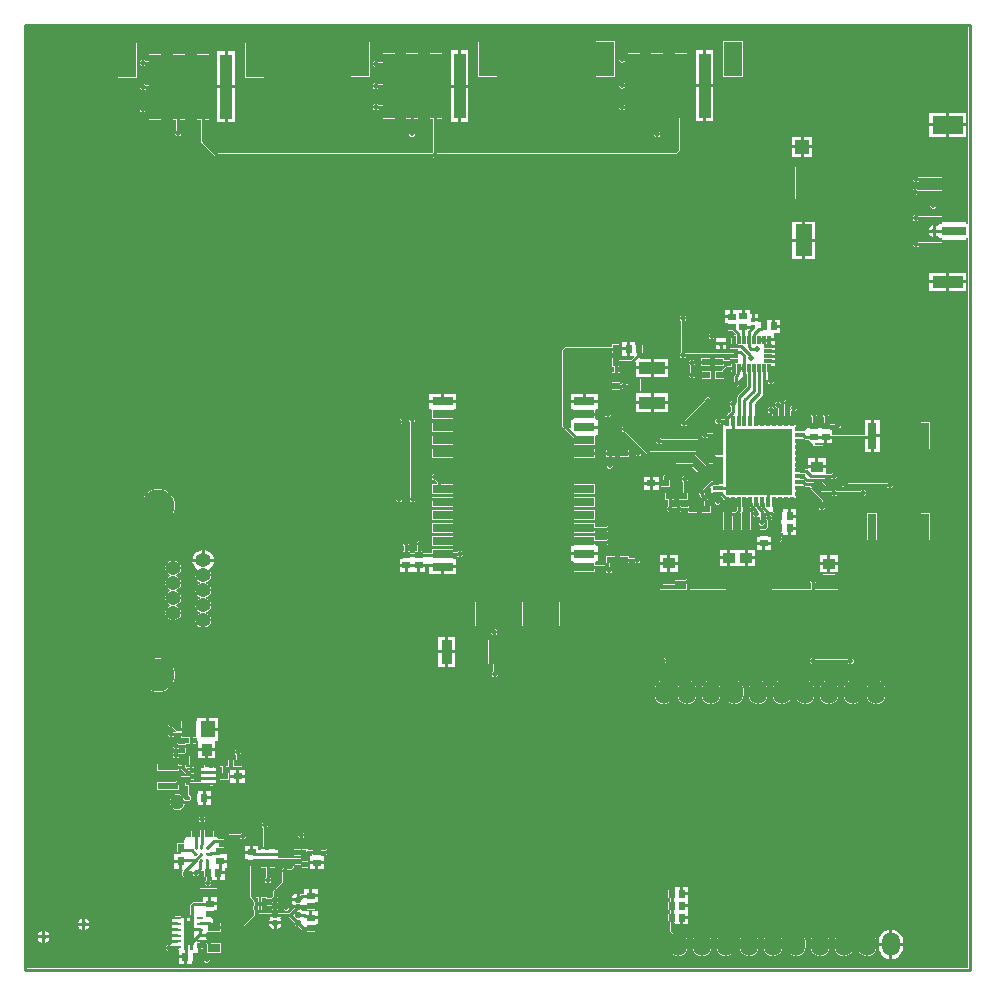
<source format=gbr>
G04*
G04 #@! TF.GenerationSoftware,Altium Limited,Altium Designer,24.4.1 (13)*
G04*
G04 Layer_Physical_Order=1*
G04 Layer_Color=255*
%FSLAX44Y44*%
%MOMM*%
G71*
G04*
G04 #@! TF.SameCoordinates,85F95AA7-1CD2-4A53-B858-D1680FFA15A6*
G04*
G04*
G04 #@! TF.FilePolarity,Positive*
G04*
G01*
G75*
%ADD17C,0.2540*%
%ADD18R,0.9906X5.5118*%
%ADD19R,0.7620X2.2098*%
%ADD20R,0.3048X0.8128*%
%ADD21R,0.8128X0.3048*%
%ADD22R,0.6000X0.7500*%
%ADD23R,0.5000X0.2500*%
G04:AMPARAMS|DCode=24|XSize=0.49mm|YSize=0.45mm|CornerRadius=0.0563mm|HoleSize=0mm|Usage=FLASHONLY|Rotation=180.000|XOffset=0mm|YOffset=0mm|HoleType=Round|Shape=RoundedRectangle|*
%AMROUNDEDRECTD24*
21,1,0.4900,0.3375,0,0,180.0*
21,1,0.3775,0.4500,0,0,180.0*
1,1,0.1125,-0.1888,0.1688*
1,1,0.1125,0.1888,0.1688*
1,1,0.1125,0.1888,-0.1688*
1,1,0.1125,-0.1888,-0.1688*
%
%ADD24ROUNDEDRECTD24*%
%ADD27R,0.6400X0.6000*%
%ADD28R,0.3500X0.4000*%
%ADD29R,0.6000X0.6400*%
%ADD30R,0.7500X0.6000*%
%ADD31R,1.1300X0.7600*%
%ADD32R,1.0000X0.9000*%
%ADD33R,0.4400X0.3500*%
%ADD34R,1.1938X1.1938*%
%ADD35R,1.3970X2.6924*%
%ADD36R,2.5908X0.9906*%
%ADD37R,2.0066X0.7112*%
%ADD38C,0.2794*%
%ADD39R,1.3000X1.4000*%
%ADD40R,0.9000X1.0000*%
%ADD41R,1.8000X0.6000*%
%ADD42R,0.9000X2.0000*%
%ADD43R,0.7112X0.2286*%
%ADD44R,2.2000X1.0500*%
%ADD45R,1.0500X1.0000*%
%ADD46R,0.8000X1.5000*%
%ADD47R,5.6000X2.1000*%
%ADD48R,5.6896X5.6896*%
%ADD72O,1.3208X1.1684*%
%ADD75R,1.6002X2.9972*%
%ADD76R,1.8000X0.8000*%
%ADD77R,1.1684X0.2540*%
%ADD78R,0.6540X0.3308*%
%ADD79R,0.3308X0.6540*%
%ADD80R,2.5908X1.4986*%
%ADD81O,1.5000X2.0000*%
%ADD82C,2.7940*%
%ADD83C,0.5000*%
%ADD84C,1.2700*%
G36*
X798517Y631596D02*
X796201D01*
X796148Y632844D01*
X796148Y632866D01*
Y640156D01*
X775882D01*
Y637983D01*
X756194D01*
X755473Y638704D01*
X754517Y639100D01*
X753483D01*
X752527Y638704D01*
X751796Y637973D01*
X751400Y637017D01*
Y635983D01*
X751796Y635027D01*
X752527Y634296D01*
X753483Y633900D01*
X754517D01*
X755473Y634296D01*
X756194Y635017D01*
X775882D01*
Y632866D01*
X775882Y632844D01*
X775829Y631596D01*
X773442D01*
Y630595D01*
X772172Y629952D01*
X771020Y630429D01*
Y625500D01*
Y620571D01*
X772172Y621048D01*
X773442Y620405D01*
Y619404D01*
X775829D01*
X775882Y618156D01*
X775882Y618134D01*
Y615983D01*
X756444D01*
X755973Y616454D01*
X755017Y616850D01*
X753983D01*
X753027Y616454D01*
X752296Y615723D01*
X751900Y614767D01*
Y613733D01*
X752296Y612777D01*
X753027Y612046D01*
X753983Y611650D01*
X755017D01*
X755973Y612046D01*
X756704Y612777D01*
X756804Y613017D01*
X775882D01*
Y610844D01*
X796148D01*
Y618134D01*
X796148Y618156D01*
X796201Y619404D01*
X798517D01*
Y1483D01*
X1483D01*
Y798517D01*
X798517D01*
Y631596D01*
D02*
G37*
%LPC*%
G36*
X520303Y776357D02*
X510197D01*
Y772233D01*
X507636D01*
X507520Y772407D01*
X507157Y772770D01*
X506732Y773054D01*
X506258Y773250D01*
X505756Y773350D01*
X505244D01*
X504742Y773250D01*
X504268Y773054D01*
X503843Y772770D01*
X503480Y772407D01*
X503196Y771982D01*
X503000Y771508D01*
X502900Y771006D01*
Y770494D01*
X503000Y769992D01*
X503196Y769518D01*
X503480Y769093D01*
X503843Y768730D01*
X504268Y768446D01*
X504742Y768250D01*
X505244Y768150D01*
X505756D01*
X506258Y768250D01*
X506732Y768446D01*
X507157Y768730D01*
X507520Y769093D01*
X507636Y769267D01*
X510197D01*
Y750233D01*
X507636D01*
X507520Y750407D01*
X507157Y750770D01*
X506732Y751054D01*
X506258Y751250D01*
X505756Y751350D01*
X505244D01*
X504742Y751250D01*
X504268Y751054D01*
X503843Y750770D01*
X503480Y750407D01*
X503196Y749982D01*
X503000Y749508D01*
X502900Y749006D01*
Y748494D01*
X503000Y747992D01*
X503196Y747518D01*
X503480Y747093D01*
X503843Y746730D01*
X504268Y746446D01*
X504742Y746250D01*
X505244Y746150D01*
X505756D01*
X506258Y746250D01*
X506732Y746446D01*
X507157Y746730D01*
X507520Y747093D01*
X507636Y747267D01*
X510197D01*
Y731733D01*
X507636D01*
X507520Y731907D01*
X507157Y732270D01*
X506732Y732554D01*
X506258Y732750D01*
X505756Y732850D01*
X505244D01*
X504742Y732750D01*
X504268Y732554D01*
X503843Y732270D01*
X503480Y731907D01*
X503196Y731482D01*
X503000Y731008D01*
X502900Y730506D01*
Y729994D01*
X503000Y729492D01*
X503196Y729018D01*
X503480Y728593D01*
X503843Y728230D01*
X504268Y727946D01*
X504742Y727750D01*
X505244Y727650D01*
X505756D01*
X506258Y727750D01*
X506732Y727946D01*
X507157Y728230D01*
X507520Y728593D01*
X507636Y728767D01*
X510197D01*
Y721039D01*
X520303D01*
Y776357D01*
D02*
G37*
G36*
X115303Y775159D02*
X105197D01*
Y769483D01*
X101944D01*
X101223Y770204D01*
X100267Y770600D01*
X99233D01*
X98277Y770204D01*
X97546Y769473D01*
X97150Y768517D01*
Y767483D01*
X97546Y766527D01*
X98277Y765796D01*
X99233Y765400D01*
X100267D01*
X101223Y765796D01*
X101944Y766517D01*
X105197D01*
Y748983D01*
X102194D01*
X101473Y749704D01*
X100517Y750100D01*
X99483D01*
X98527Y749704D01*
X97796Y748973D01*
X97400Y748017D01*
Y746983D01*
X97796Y746027D01*
X98527Y745296D01*
X99483Y744900D01*
X100517D01*
X101473Y745296D01*
X102194Y746017D01*
X105197D01*
Y729983D01*
X101694D01*
X100973Y730704D01*
X100017Y731100D01*
X98983D01*
X98027Y730704D01*
X97296Y729973D01*
X96900Y729017D01*
Y727983D01*
X97296Y727027D01*
X98027Y726296D01*
X98983Y725900D01*
X100017D01*
X100973Y726296D01*
X101694Y727017D01*
X105197D01*
Y719841D01*
X115303D01*
Y775159D01*
D02*
G37*
G36*
X312803Y775909D02*
X302697D01*
Y768733D01*
X298944D01*
X298223Y769454D01*
X297267Y769850D01*
X296233D01*
X295277Y769454D01*
X294546Y768723D01*
X294150Y767767D01*
Y766733D01*
X294546Y765777D01*
X295277Y765046D01*
X296233Y764650D01*
X297267D01*
X298223Y765046D01*
X298944Y765767D01*
X302697D01*
Y749733D01*
X298944D01*
X298223Y750454D01*
X297267Y750850D01*
X296233D01*
X295277Y750454D01*
X294546Y749723D01*
X294150Y748767D01*
Y747733D01*
X294546Y746777D01*
X295277Y746046D01*
X296233Y745650D01*
X297267D01*
X298223Y746046D01*
X298944Y746767D01*
X302697D01*
Y731983D01*
X299194D01*
X298473Y732704D01*
X297517Y733100D01*
X296483D01*
X295527Y732704D01*
X294796Y731973D01*
X294400Y731017D01*
Y729983D01*
X294796Y729027D01*
X295527Y728296D01*
X296483Y727900D01*
X297517D01*
X298473Y728296D01*
X299194Y729017D01*
X302697D01*
Y720591D01*
X312803D01*
Y775909D01*
D02*
G37*
G36*
X607351Y786284D02*
X591149D01*
Y756112D01*
X607351D01*
Y786284D01*
D02*
G37*
G36*
X499351D02*
X483149D01*
Y756112D01*
X499351D01*
Y786284D01*
D02*
G37*
G36*
X399851Y785836D02*
X383649D01*
Y755664D01*
X399851D01*
Y785836D01*
D02*
G37*
G36*
X291851D02*
X275649D01*
Y755664D01*
X291851D01*
Y785836D01*
D02*
G37*
G36*
X202351Y785086D02*
X186149D01*
Y754914D01*
X202351D01*
Y785086D01*
D02*
G37*
G36*
X94351D02*
X78149D01*
Y754914D01*
X94351D01*
Y785086D01*
D02*
G37*
G36*
X582743Y778797D02*
X576520D01*
Y749968D01*
X582743D01*
Y778797D01*
D02*
G37*
G36*
X573980D02*
X567757D01*
Y749968D01*
X573980D01*
Y778797D01*
D02*
G37*
G36*
X375243Y778349D02*
X369020D01*
Y749520D01*
X375243D01*
Y778349D01*
D02*
G37*
G36*
X366480D02*
X360257D01*
Y749520D01*
X366480D01*
Y778349D01*
D02*
G37*
G36*
X177743Y777599D02*
X171520D01*
Y748770D01*
X177743D01*
Y777599D01*
D02*
G37*
G36*
X168980D02*
X162757D01*
Y748770D01*
X168980D01*
Y777599D01*
D02*
G37*
G36*
X582743Y747428D02*
X576520D01*
Y718599D01*
X582743D01*
Y747428D01*
D02*
G37*
G36*
X573980D02*
X567757D01*
Y718599D01*
X573980D01*
Y747428D01*
D02*
G37*
G36*
X375243Y746980D02*
X369020D01*
Y718151D01*
X375243D01*
Y746980D01*
D02*
G37*
G36*
X366480D02*
X360257D01*
Y718151D01*
X366480D01*
Y746980D01*
D02*
G37*
G36*
X177743Y746230D02*
X171520D01*
Y717401D01*
X177743D01*
Y746230D01*
D02*
G37*
G36*
X168980D02*
X162757D01*
Y717401D01*
X168980D01*
Y746230D01*
D02*
G37*
G36*
X796509Y725533D02*
X782285D01*
Y716770D01*
X796509D01*
Y725533D01*
D02*
G37*
G36*
X779745D02*
X765521D01*
Y716770D01*
X779745D01*
Y725533D01*
D02*
G37*
G36*
X135303Y775159D02*
X125197D01*
Y719841D01*
X128017D01*
Y710444D01*
X127296Y709723D01*
X126900Y708767D01*
Y707733D01*
X127296Y706777D01*
X128027Y706046D01*
X128983Y705650D01*
X130017D01*
X130973Y706046D01*
X131704Y706777D01*
X132100Y707733D01*
Y708767D01*
X131704Y709723D01*
X130983Y710444D01*
Y719841D01*
X135303D01*
Y775159D01*
D02*
G37*
G36*
X332803Y775909D02*
X322697D01*
Y720591D01*
X326267D01*
Y710387D01*
X326025Y710287D01*
X325294Y709555D01*
X324898Y708600D01*
Y707565D01*
X325294Y706610D01*
X326025Y705878D01*
X326981Y705482D01*
X328015D01*
X328971Y705878D01*
X329702Y706610D01*
X330098Y707565D01*
Y708600D01*
X329702Y709555D01*
X329233Y710025D01*
Y720591D01*
X332803D01*
Y775909D01*
D02*
G37*
G36*
X796509Y714230D02*
X782285D01*
Y705467D01*
X796509D01*
Y714230D01*
D02*
G37*
G36*
X779745D02*
X765521D01*
Y705467D01*
X779745D01*
Y714230D01*
D02*
G37*
G36*
X540303Y776357D02*
X530197D01*
Y721039D01*
X533767D01*
Y709694D01*
X533046Y708973D01*
X532650Y708017D01*
Y706983D01*
X533046Y706027D01*
X533777Y705296D01*
X534733Y704900D01*
X535767D01*
X536723Y705296D01*
X537454Y706027D01*
X537850Y706983D01*
Y708017D01*
X537454Y708973D01*
X536733Y709694D01*
Y721039D01*
X540303D01*
Y776357D01*
D02*
G37*
G36*
X666524Y705509D02*
X659285D01*
Y698270D01*
X666524D01*
Y705509D01*
D02*
G37*
G36*
X656745D02*
X649506D01*
Y698270D01*
X656745D01*
Y705509D01*
D02*
G37*
G36*
X560303Y776357D02*
X550197D01*
Y721039D01*
X553767D01*
Y693852D01*
X551648Y691733D01*
X348944D01*
X348233Y692444D01*
Y720591D01*
X352803D01*
Y775909D01*
X342697D01*
Y720591D01*
X345267D01*
Y692444D01*
X344556Y691733D01*
X162602D01*
X151733Y702602D01*
Y719841D01*
X155303D01*
Y775159D01*
X145197D01*
Y719841D01*
X148767D01*
Y701988D01*
X148767Y701988D01*
X149201Y700939D01*
X160939Y689202D01*
X160939Y689201D01*
X161988Y688767D01*
X344556D01*
X345277Y688046D01*
X346233Y687650D01*
X347267D01*
X348223Y688046D01*
X348944Y688767D01*
X552262D01*
X552262Y688767D01*
X553311Y689201D01*
X556298Y692189D01*
X556299Y692189D01*
X556733Y693238D01*
X556733Y693238D01*
Y721039D01*
X560303D01*
Y776357D01*
D02*
G37*
G36*
X666524Y695730D02*
X659285D01*
Y688491D01*
X666524D01*
Y695730D01*
D02*
G37*
G36*
X656745D02*
X649506D01*
Y688491D01*
X656745D01*
Y695730D01*
D02*
G37*
G36*
X796148Y684156D02*
X775882D01*
Y676844D01*
X796148D01*
Y684156D01*
D02*
G37*
G36*
Y673156D02*
X775882D01*
Y670858D01*
X756439D01*
X755843Y671454D01*
X754887Y671850D01*
X753853D01*
X752897Y671454D01*
X752166Y670723D01*
X751770Y669767D01*
Y668733D01*
X752166Y667777D01*
X752897Y667046D01*
X753853Y666650D01*
X754887D01*
X755843Y667046D01*
X756574Y667777D01*
X756622Y667892D01*
X775882D01*
Y665844D01*
X796148D01*
Y673156D01*
D02*
G37*
G36*
Y662156D02*
X775882D01*
Y659983D01*
X755804D01*
X755704Y660223D01*
X754973Y660954D01*
X754017Y661350D01*
X752983D01*
X752027Y660954D01*
X751296Y660223D01*
X750900Y659267D01*
Y658233D01*
X751296Y657277D01*
X752027Y656546D01*
X752983Y656150D01*
X754017D01*
X754973Y656546D01*
X755444Y657017D01*
X775882D01*
Y654844D01*
X796148D01*
Y662156D01*
D02*
G37*
G36*
X666100Y680062D02*
X651930D01*
Y652938D01*
X666100D01*
Y680062D01*
D02*
G37*
G36*
X796148Y651156D02*
X775882D01*
Y648633D01*
X771194D01*
X770473Y649354D01*
X769517Y649750D01*
X768483D01*
X767527Y649354D01*
X766796Y648623D01*
X766400Y647667D01*
Y646633D01*
X766796Y645677D01*
X767527Y644946D01*
X768483Y644550D01*
X769517D01*
X770473Y644946D01*
X771194Y645667D01*
X775882D01*
Y643844D01*
X796148D01*
Y651156D01*
D02*
G37*
G36*
X768480Y630429D02*
X766895Y629773D01*
X765477Y628355D01*
X764821Y626770D01*
X768480D01*
Y630429D01*
D02*
G37*
G36*
Y624230D02*
X764821D01*
X765477Y622645D01*
X766895Y621227D01*
X768480Y620571D01*
Y624230D01*
D02*
G37*
G36*
X668540Y633502D02*
X660285D01*
Y618770D01*
X668540D01*
Y633502D01*
D02*
G37*
G36*
X657745D02*
X649490D01*
Y618770D01*
X657745D01*
Y633502D01*
D02*
G37*
G36*
X668540Y616230D02*
X660285D01*
Y601498D01*
X668540D01*
Y616230D01*
D02*
G37*
G36*
X657745D02*
X649490D01*
Y601498D01*
X657745D01*
Y616230D01*
D02*
G37*
G36*
X796148Y607156D02*
X775882D01*
Y599844D01*
X796148D01*
Y607156D01*
D02*
G37*
G36*
X796509Y589993D02*
X782285D01*
Y583770D01*
X796509D01*
Y589993D01*
D02*
G37*
G36*
X779745D02*
X765521D01*
Y583770D01*
X779745D01*
Y589993D01*
D02*
G37*
G36*
X796509Y581230D02*
X782285D01*
Y575007D01*
X796509D01*
Y581230D01*
D02*
G37*
G36*
X779745D02*
X765521D01*
Y575007D01*
X779745D01*
Y581230D01*
D02*
G37*
G36*
X596730Y558440D02*
X592260D01*
Y554170D01*
X596730D01*
Y558440D01*
D02*
G37*
G36*
X613740Y558940D02*
X609270D01*
Y553400D01*
X606730D01*
Y558940D01*
X602260D01*
Y558440D01*
X599270D01*
Y552900D01*
X598000D01*
Y551630D01*
X592260D01*
Y547360D01*
X593496D01*
X594700Y547200D01*
X594700Y546090D01*
Y541000D01*
X599203D01*
X602133Y538070D01*
Y538060D01*
X601199Y537047D01*
X600301Y537088D01*
X600214Y537299D01*
X599165Y537733D01*
X591100D01*
Y538350D01*
X587400D01*
Y537858D01*
X583502D01*
X583454Y537973D01*
X582723Y538704D01*
X581767Y539100D01*
X580733D01*
X579777Y538704D01*
X579046Y537973D01*
X578650Y537017D01*
Y535983D01*
X579046Y535027D01*
X579777Y534296D01*
X580733Y533900D01*
X581767D01*
X582723Y534296D01*
X583319Y534892D01*
X583815D01*
X584960Y534590D01*
Y531320D01*
X589250D01*
X593540D01*
Y534590D01*
X594737Y534767D01*
X597946D01*
X597946Y530196D01*
X596880Y529704D01*
X596880Y529637D01*
X596880Y529637D01*
X596880Y525404D01*
X596880Y524926D01*
Y522982D01*
X595973Y521983D01*
X595973Y521983D01*
X595610Y521983D01*
X559194D01*
X558483Y522694D01*
Y549556D01*
X559204Y550277D01*
X559600Y551233D01*
Y552267D01*
X559204Y553223D01*
X558473Y553954D01*
X557517Y554350D01*
X556483D01*
X555527Y553954D01*
X554796Y553223D01*
X554400Y552267D01*
Y551233D01*
X554796Y550277D01*
X555517Y549556D01*
Y522694D01*
X554796Y521973D01*
X554400Y521017D01*
Y519983D01*
X554796Y519027D01*
X555527Y518296D01*
X556483Y517900D01*
X557517D01*
X558473Y518296D01*
X559194Y519017D01*
X595359D01*
X595690Y518685D01*
X595690Y518685D01*
X596739Y518251D01*
X596880Y518110D01*
X596880Y516804D01*
X596334Y516258D01*
X591600D01*
Y517600D01*
X583900D01*
Y511400D01*
X591600D01*
Y513292D01*
X596851D01*
X597595Y513005D01*
X597757Y511692D01*
X597048Y510983D01*
X594236D01*
X594236Y510983D01*
X593187Y510549D01*
X589431Y506793D01*
X589352Y506600D01*
X584150D01*
Y500400D01*
X591850D01*
Y504957D01*
X591892Y505059D01*
X594850Y508017D01*
X597946D01*
Y506130D01*
X601454Y506130D01*
X602133Y505141D01*
Y504730D01*
X600951Y503549D01*
X600517Y502500D01*
X600517Y502500D01*
Y498444D01*
X599796Y497723D01*
X599400Y496767D01*
Y495733D01*
X599796Y494777D01*
X600527Y494046D01*
X601483Y493650D01*
X602517D01*
X603473Y494046D01*
X604204Y494777D01*
X604600Y495733D01*
Y496242D01*
X609348Y500991D01*
X609783Y502039D01*
Y504262D01*
X610450Y504647D01*
X611117Y504262D01*
Y493964D01*
X603205Y486053D01*
X602771Y485004D01*
X602771Y485004D01*
Y480009D01*
X601501Y479756D01*
X601204Y480473D01*
X600473Y481204D01*
X599517Y481600D01*
X598483D01*
X597527Y481204D01*
X596796Y480473D01*
X596400Y479517D01*
Y478483D01*
X596796Y477527D01*
X597517Y476806D01*
Y472948D01*
X595967Y471398D01*
X594936D01*
Y470367D01*
X593527Y468958D01*
X592376D01*
Y465983D01*
X589194D01*
X588473Y466704D01*
X587517Y467100D01*
X586483D01*
X585527Y466704D01*
X584796Y465973D01*
X584400Y465017D01*
Y463983D01*
X584796Y463027D01*
X585527Y462296D01*
X586483Y461900D01*
X587517D01*
X588473Y462296D01*
X589194Y463017D01*
X592376D01*
Y461238D01*
X590512D01*
Y459374D01*
X582792D01*
Y456126D01*
X590512D01*
Y454374D01*
X582792D01*
Y454108D01*
X577819D01*
X577223Y454704D01*
X576267Y455100D01*
X575233D01*
X574277Y454704D01*
X573546Y453973D01*
X573150Y453017D01*
Y451983D01*
X573546Y451027D01*
X574277Y450296D01*
X575233Y449900D01*
X576267D01*
X577223Y450296D01*
X577954Y451027D01*
X578002Y451142D01*
X582792D01*
Y451126D01*
X590512D01*
Y449374D01*
X582792D01*
Y446126D01*
X590512D01*
Y444374D01*
X582792D01*
Y441126D01*
X590512D01*
Y439374D01*
X582792D01*
Y438130D01*
X581619Y437645D01*
X570465Y448799D01*
X569416Y449233D01*
X569416Y449233D01*
X539194D01*
X538473Y449954D01*
X537517Y450350D01*
X536483D01*
X535527Y449954D01*
X534796Y449223D01*
X534400Y448267D01*
Y447233D01*
X534796Y446277D01*
X535527Y445546D01*
X536483Y445150D01*
X537517D01*
X538473Y445546D01*
X539194Y446267D01*
X568802D01*
X582792Y432277D01*
Y431126D01*
X590512D01*
Y429374D01*
X582792D01*
Y429233D01*
X578364D01*
X569049Y438549D01*
X568000Y438983D01*
X568000Y438983D01*
X528364D01*
X510100Y457247D01*
Y458267D01*
X509704Y459223D01*
X508973Y459954D01*
X508017Y460350D01*
X506983D01*
X506027Y459954D01*
X505296Y459223D01*
X504900Y458267D01*
Y457233D01*
X505296Y456277D01*
X506027Y455546D01*
X506983Y455150D01*
X508003D01*
X526701Y436451D01*
X526701Y436451D01*
X527750Y436017D01*
X567386D01*
X576701Y426702D01*
X576701Y426702D01*
X577750Y426267D01*
X582792D01*
Y426126D01*
X590512D01*
Y424374D01*
X582792D01*
Y424233D01*
X570695D01*
X566380Y428549D01*
X565331Y428983D01*
X565331Y428983D01*
X551250D01*
X551250Y428983D01*
X550201Y428549D01*
X540701Y419049D01*
X540267Y418000D01*
X540267Y418000D01*
Y415100D01*
X537900D01*
Y408900D01*
X545600D01*
Y415100D01*
X543233D01*
Y417386D01*
X551864Y426017D01*
X564717D01*
X569032Y421702D01*
X569032Y421701D01*
X570081Y421267D01*
X582792D01*
Y421126D01*
X590512D01*
Y419374D01*
X582792D01*
Y419233D01*
X561218D01*
X560169Y418799D01*
X560169Y418798D01*
X559338Y417967D01*
X559017Y418100D01*
X557983D01*
X557027Y417704D01*
X556296Y416973D01*
X555900Y416017D01*
Y414983D01*
X556296Y414027D01*
X557017Y413306D01*
Y404100D01*
X553400D01*
Y397900D01*
X561100D01*
Y404100D01*
X559983D01*
Y413306D01*
X560704Y414027D01*
X561100Y414983D01*
Y415535D01*
X561832Y416267D01*
X582792D01*
Y416126D01*
X590512D01*
Y414374D01*
X582792D01*
Y414013D01*
X581280D01*
X581280Y414013D01*
X580231Y413578D01*
X580231Y413578D01*
X573503Y406850D01*
X572483D01*
X571527Y406454D01*
X570796Y405723D01*
X570400Y404767D01*
Y403733D01*
X570796Y402777D01*
X571517Y402056D01*
Y401501D01*
X571517Y401501D01*
X571951Y400452D01*
X575017Y397387D01*
Y393100D01*
X572650D01*
Y386900D01*
X580350D01*
Y393100D01*
X577983D01*
Y398001D01*
X577983Y398001D01*
X577549Y399049D01*
X577548Y399049D01*
X574512Y402085D01*
X575204Y402777D01*
X575600Y403733D01*
Y404753D01*
X579179Y408331D01*
X580352Y407845D01*
Y403686D01*
X582792D01*
Y401126D01*
X589023D01*
X589879Y400270D01*
X590512Y399262D01*
X590511Y397993D01*
X590507Y397983D01*
X588444D01*
X587723Y398704D01*
X586767Y399100D01*
X585733D01*
X584777Y398704D01*
X584046Y397973D01*
X583650Y397017D01*
Y395983D01*
X584046Y395027D01*
X584777Y394296D01*
X585733Y393900D01*
X586767D01*
X587723Y394296D01*
X588444Y395017D01*
X592376D01*
Y391542D01*
X595624D01*
Y399262D01*
X597376D01*
Y391542D01*
X600624D01*
Y399262D01*
X602376D01*
Y391542D01*
X602517D01*
Y389114D01*
X600866Y387463D01*
X597980D01*
X597980Y387463D01*
X597707Y387350D01*
X591150D01*
Y372150D01*
X593767D01*
Y366850D01*
X590400D01*
Y357650D01*
X600600D01*
Y366850D01*
X596733D01*
Y372150D01*
X599350D01*
Y384497D01*
X601480D01*
X601480Y384497D01*
X602529Y384931D01*
X604761Y387163D01*
X604880Y387283D01*
X605676Y387133D01*
X606150Y386894D01*
X606150Y386255D01*
Y372150D01*
X609017D01*
Y366850D01*
X605400D01*
Y357650D01*
X615600D01*
Y366850D01*
X611983D01*
Y372150D01*
X614350D01*
Y387350D01*
X610483D01*
Y391542D01*
X610624D01*
Y399262D01*
X612376D01*
Y391542D01*
X613527D01*
X616537Y388532D01*
X616796Y387223D01*
X616400Y386267D01*
Y385233D01*
X616796Y384277D01*
X617527Y383546D01*
X618483Y383150D01*
X619517D01*
X620473Y383546D01*
X621204Y384277D01*
X621218Y384310D01*
X622488Y384058D01*
Y381145D01*
X622027Y380954D01*
X621296Y380223D01*
X620900Y379267D01*
Y378233D01*
X621296Y377277D01*
X622027Y376546D01*
X622983Y376150D01*
X624017D01*
X624973Y376546D01*
X625704Y377277D01*
X626100Y378233D01*
Y379267D01*
X625704Y380223D01*
X625454Y380473D01*
Y386903D01*
X626724Y387429D01*
X627796Y386357D01*
Y384473D01*
X627546Y384223D01*
X627150Y383267D01*
Y382233D01*
X627546Y381277D01*
X628267Y380556D01*
Y374764D01*
X626503Y373000D01*
X622200D01*
X622200Y366800D01*
X620996Y366640D01*
X619760D01*
Y362370D01*
X625500D01*
X631240D01*
Y366640D01*
X630004D01*
X628800Y366800D01*
X628800Y367910D01*
Y371103D01*
X630798Y373101D01*
X630799Y373102D01*
X631233Y374150D01*
Y380556D01*
X631954Y381277D01*
X632350Y382233D01*
Y383267D01*
X631954Y384223D01*
X631223Y384954D01*
X630762Y385145D01*
Y386971D01*
X630703Y387115D01*
X631363Y388534D01*
X632085Y388746D01*
X632517Y388500D01*
X632951Y387452D01*
X635400Y385003D01*
Y380700D01*
X637017D01*
Y377300D01*
X635400D01*
Y370700D01*
X637017D01*
Y367194D01*
X636296Y366473D01*
X635900Y365517D01*
Y364483D01*
X636296Y363527D01*
X637027Y362796D01*
X637983Y362400D01*
X639017D01*
X639973Y362796D01*
X640704Y363527D01*
X641100Y364483D01*
Y365517D01*
X640704Y366473D01*
X639983Y367194D01*
Y369802D01*
X640385Y370204D01*
X641726Y369749D01*
X641760Y369496D01*
Y368260D01*
X646030D01*
Y374000D01*
X647300D01*
Y375270D01*
X652840D01*
Y378260D01*
Y382730D01*
X647300D01*
Y384000D01*
X646030D01*
Y389740D01*
X641760D01*
Y388504D01*
X641600Y387300D01*
X640490Y387300D01*
X637297D01*
X635483Y389114D01*
Y391542D01*
X635624D01*
Y399262D01*
X637376D01*
Y391542D01*
X640624D01*
Y399262D01*
X642376D01*
Y391542D01*
X645624D01*
Y399262D01*
X647376D01*
Y391542D01*
X650624D01*
Y399262D01*
X652488D01*
Y401126D01*
X660208D01*
Y404374D01*
X652488D01*
Y406126D01*
X660208D01*
Y406267D01*
X662136D01*
X672546Y395856D01*
Y393223D01*
X672296Y392973D01*
X671900Y392017D01*
Y390983D01*
X672296Y390027D01*
X673027Y389296D01*
X673983Y388900D01*
X675017D01*
X675973Y389296D01*
X676704Y390027D01*
X677100Y390983D01*
Y392017D01*
X676704Y392973D01*
X675973Y393704D01*
X675512Y393895D01*
Y396471D01*
X675512Y396471D01*
X675078Y397519D01*
X664892Y407705D01*
X665290Y409104D01*
X665674Y409194D01*
X672166Y402701D01*
X672166Y402701D01*
X673214Y402267D01*
X682806D01*
X683527Y401546D01*
X684483Y401150D01*
X685517D01*
X686473Y401546D01*
X687204Y402277D01*
X687252Y402392D01*
X707431D01*
X708027Y401796D01*
X708983Y401400D01*
X710017D01*
X710973Y401796D01*
X711704Y402527D01*
X712100Y403483D01*
Y404517D01*
X711704Y405473D01*
X710973Y406204D01*
X710017Y406600D01*
X708983D01*
X708027Y406204D01*
X707296Y405473D01*
X707248Y405358D01*
X687069D01*
X686473Y405954D01*
X685517Y406350D01*
X684483D01*
X683527Y405954D01*
X682806Y405233D01*
X673829D01*
X667314Y411747D01*
X667840Y413017D01*
X674970D01*
X678036Y409951D01*
X679084Y409517D01*
X679084Y409517D01*
X691806D01*
X692527Y408796D01*
X693483Y408400D01*
X694517D01*
X695473Y408796D01*
X695819Y409142D01*
X729645D01*
X729796Y408777D01*
X730527Y408046D01*
X731483Y407650D01*
X732517D01*
X733473Y408046D01*
X734204Y408777D01*
X734600Y409733D01*
Y410767D01*
X734204Y411723D01*
X733473Y412454D01*
X732517Y412850D01*
X731483D01*
X730527Y412454D01*
X730181Y412108D01*
X696355D01*
X696204Y412473D01*
X695473Y413204D01*
X694517Y413600D01*
X693483D01*
X692527Y413204D01*
X691806Y412483D01*
X679698D01*
X676934Y415247D01*
X677361Y416517D01*
X682306D01*
X683027Y415796D01*
X683983Y415400D01*
X685017D01*
X685973Y415796D01*
X686704Y416527D01*
X687100Y417483D01*
Y418517D01*
X686704Y419473D01*
X685973Y420204D01*
X685017Y420600D01*
X683983D01*
X683027Y420204D01*
X682306Y419483D01*
X677790D01*
Y424730D01*
X670250D01*
X662710D01*
Y424296D01*
X661440Y423695D01*
X661232Y423781D01*
X660208Y424374D01*
X660208Y424374D01*
X660208Y424374D01*
X652488D01*
Y426126D01*
X660208D01*
Y429374D01*
X652488D01*
Y431126D01*
X660208D01*
Y434374D01*
X652488D01*
Y436126D01*
X660208D01*
Y439374D01*
X652488D01*
Y441126D01*
X660208D01*
Y444374D01*
X652488D01*
Y446126D01*
X660208D01*
Y446126D01*
X661478Y446175D01*
X665118Y442535D01*
X665150Y442457D01*
Y434900D01*
X675350D01*
Y444100D01*
X668504D01*
X668277Y444440D01*
X668956Y445710D01*
X676480D01*
Y451250D01*
X679020D01*
Y445710D01*
X683490D01*
Y449767D01*
X710650D01*
Y438642D01*
X715730D01*
Y452231D01*
Y465820D01*
X710650D01*
Y452733D01*
X683490D01*
Y456790D01*
X682254D01*
X681050Y456950D01*
Y459046D01*
X686527D01*
X686777Y458796D01*
X687733Y458400D01*
X688767D01*
X689723Y458796D01*
X690454Y459527D01*
X690850Y460483D01*
Y461517D01*
X690454Y462473D01*
X689723Y463204D01*
X688767Y463600D01*
X687733D01*
X686777Y463204D01*
X686046Y462473D01*
X685855Y462012D01*
X681050D01*
Y463150D01*
X679233D01*
Y468056D01*
X679954Y468777D01*
X680350Y469733D01*
Y470767D01*
X679954Y471723D01*
X679223Y472454D01*
X678267Y472850D01*
X677233D01*
X676277Y472454D01*
X675546Y471723D01*
X675150Y470767D01*
Y469733D01*
X675546Y468777D01*
X676267Y468056D01*
Y463150D01*
X674450D01*
Y461533D01*
X671050D01*
Y463150D01*
X669233D01*
Y468056D01*
X669954Y468777D01*
X670350Y469733D01*
Y470767D01*
X669954Y471723D01*
X669223Y472454D01*
X668267Y472850D01*
X667233D01*
X666277Y472454D01*
X665546Y471723D01*
X665150Y470767D01*
Y469733D01*
X665546Y468777D01*
X666267Y468056D01*
Y463150D01*
X664450D01*
Y461533D01*
X660884D01*
X659835Y461099D01*
X659835Y461099D01*
X658111Y459374D01*
X652488D01*
Y461238D01*
X650624D01*
Y468958D01*
X650483D01*
Y472900D01*
X651017D01*
X651973Y473296D01*
X652704Y474027D01*
X653100Y474983D01*
Y476017D01*
X652704Y476973D01*
X651973Y477704D01*
X651017Y478100D01*
X649983D01*
X649027Y477704D01*
X648296Y476973D01*
X647900Y476017D01*
Y474983D01*
X648050Y474621D01*
X647517Y473334D01*
Y468958D01*
X647376D01*
Y461238D01*
X645624D01*
Y468958D01*
X645483D01*
Y477739D01*
X646223Y478046D01*
X646954Y478777D01*
X647350Y479733D01*
Y480767D01*
X646954Y481723D01*
X646223Y482454D01*
X645267Y482850D01*
X644233D01*
X643277Y482454D01*
X642546Y481723D01*
X642150Y480767D01*
Y479733D01*
X642520Y478840D01*
X642517Y478834D01*
X642517Y478834D01*
Y468958D01*
X642376D01*
Y461238D01*
X640624D01*
Y468958D01*
X640483D01*
Y476084D01*
X640483Y476084D01*
X640049Y477133D01*
X639798Y477384D01*
X639989Y477844D01*
Y478879D01*
X639593Y479834D01*
X638861Y480566D01*
X637906Y480961D01*
X636871D01*
X635916Y480566D01*
X635184Y479834D01*
X634789Y478879D01*
Y477844D01*
X635184Y476889D01*
X635916Y476157D01*
X636871Y475761D01*
X637226D01*
X637517Y475470D01*
Y468958D01*
X637376D01*
Y461238D01*
X635624D01*
Y468958D01*
X635483D01*
Y471376D01*
X635483Y471376D01*
X635049Y472424D01*
X635048Y472424D01*
X634068Y473405D01*
X634100Y473483D01*
Y474517D01*
X633704Y475473D01*
X632973Y476204D01*
X632017Y476600D01*
X630983D01*
X630027Y476204D01*
X629296Y475473D01*
X628900Y474517D01*
Y473483D01*
X629296Y472527D01*
X630027Y471796D01*
X630983Y471400D01*
X631879D01*
X632517Y470761D01*
Y468958D01*
X632376D01*
Y461238D01*
X630624D01*
Y468958D01*
X627376D01*
Y461238D01*
X625624D01*
Y468958D01*
X622376D01*
Y461238D01*
X620624D01*
Y468958D01*
X620483D01*
Y478386D01*
X626549Y484451D01*
X626549Y484451D01*
X626983Y485500D01*
Y504262D01*
X627650Y504647D01*
X628317Y504262D01*
Y500366D01*
X628317Y500366D01*
X628751Y499317D01*
X628841Y499228D01*
X628650Y498767D01*
Y497733D01*
X629046Y496777D01*
X629777Y496046D01*
X630733Y495650D01*
X631767D01*
X632723Y496046D01*
X633454Y496777D01*
X633850Y497733D01*
Y498767D01*
X633454Y499723D01*
X632723Y500454D01*
X631767Y500850D01*
X631413D01*
X631283Y500980D01*
Y506130D01*
X631554D01*
Y510856D01*
X635060D01*
Y513780D01*
X629250D01*
Y516320D01*
X635060D01*
Y518080D01*
X629250D01*
Y520620D01*
X635060D01*
Y522380D01*
X629250D01*
Y524920D01*
X635060D01*
Y526680D01*
X629250D01*
Y529220D01*
X635060D01*
Y532144D01*
X633994D01*
Y532230D01*
X629800D01*
Y534770D01*
X633994D01*
Y539010D01*
X639440D01*
Y543480D01*
X633900D01*
Y544750D01*
X632630D01*
Y550490D01*
X628360D01*
Y549254D01*
X628200Y548050D01*
X622000D01*
Y548050D01*
X620790Y548195D01*
Y549080D01*
X616500D01*
Y550350D01*
X615230D01*
Y554890D01*
X613740D01*
Y558940D01*
D02*
G37*
G36*
X620790Y554890D02*
X617770D01*
Y551620D01*
X620790D01*
Y554890D01*
D02*
G37*
G36*
X639440Y550490D02*
X635170D01*
Y546020D01*
X639440D01*
Y550490D01*
D02*
G37*
G36*
X503100Y529850D02*
X496900D01*
Y527483D01*
X457750D01*
X457750Y527483D01*
X456701Y527049D01*
X456701Y527048D01*
X455201Y525549D01*
X454767Y524500D01*
X454767Y524500D01*
Y460500D01*
X454767Y460500D01*
X455201Y459451D01*
X464400Y450253D01*
Y444150D01*
X482600D01*
Y452350D01*
X483721Y452710D01*
X485040D01*
Y457980D01*
X473500D01*
Y460520D01*
X485040D01*
Y465790D01*
X483721D01*
X482600Y466150D01*
X482600Y467060D01*
Y468767D01*
X491056D01*
X491777Y468046D01*
X492733Y467650D01*
X493767D01*
X494723Y468046D01*
X495454Y468777D01*
X495850Y469733D01*
Y470767D01*
X495454Y471723D01*
X494723Y472454D01*
X493767Y472850D01*
X492733D01*
X491777Y472454D01*
X491056Y471733D01*
X483498D01*
X482600Y472631D01*
X482600Y474350D01*
X483721Y474710D01*
X485040D01*
Y479980D01*
X473500D01*
X461960D01*
Y474710D01*
X463279D01*
X464400Y474350D01*
X464400Y473440D01*
X464400Y466150D01*
X463279Y465790D01*
X461960D01*
Y458546D01*
X460787Y458060D01*
X457733Y461114D01*
Y523886D01*
X458364Y524517D01*
X496900D01*
Y522150D01*
X503100D01*
Y529850D01*
D02*
G37*
G36*
X509580Y531490D02*
X505310D01*
Y527020D01*
X509580D01*
Y531490D01*
D02*
G37*
G36*
X593540Y528780D02*
X590520D01*
Y525510D01*
X593540D01*
Y528780D01*
D02*
G37*
G36*
X587980D02*
X584960D01*
Y525510D01*
X587980D01*
Y528780D01*
D02*
G37*
G36*
X509580Y524480D02*
X505310D01*
Y520010D01*
X509580D01*
Y524480D01*
D02*
G37*
G36*
X516390Y531490D02*
X512120D01*
Y525750D01*
Y520010D01*
X515117D01*
X515643Y518740D01*
X512886Y515983D01*
X503100D01*
Y518350D01*
X496900D01*
Y510650D01*
X498517D01*
Y506250D01*
X496700D01*
Y500050D01*
X503300D01*
Y506250D01*
X501483D01*
Y510650D01*
X503100D01*
Y513017D01*
X513500D01*
X513500Y513017D01*
X514549Y513451D01*
X516287Y515190D01*
X517460Y514703D01*
Y511020D01*
X529730D01*
Y517540D01*
X520297D01*
X519810Y518713D01*
X520276Y519179D01*
X520711Y520228D01*
X520711Y520228D01*
Y522450D01*
X522750D01*
Y529050D01*
X516550Y529050D01*
X516390Y530254D01*
Y531490D01*
D02*
G37*
G36*
X580100Y517600D02*
X572400D01*
Y515733D01*
X566444D01*
X565973Y516204D01*
X565017Y516600D01*
X563983D01*
X563027Y516204D01*
X562296Y515473D01*
X561900Y514517D01*
Y513483D01*
X562296Y512527D01*
X563027Y511796D01*
X563142Y511748D01*
Y505319D01*
X562546Y504723D01*
X562150Y503767D01*
Y502733D01*
X562546Y501777D01*
X563277Y501046D01*
X564233Y500650D01*
X565267D01*
X566223Y501046D01*
X566954Y501777D01*
X567002Y501892D01*
X572650D01*
Y500400D01*
X580350D01*
Y506600D01*
X572650D01*
Y504858D01*
X566819D01*
X566223Y505454D01*
X566108Y505502D01*
Y511931D01*
X566704Y512527D01*
X566804Y512767D01*
X572400D01*
Y511400D01*
X580100D01*
Y517600D01*
D02*
G37*
G36*
X544540Y517540D02*
X532270D01*
Y511020D01*
X544540D01*
Y517540D01*
D02*
G37*
G36*
Y508480D02*
X532270D01*
Y501960D01*
X544540D01*
Y508480D01*
D02*
G37*
G36*
X529730D02*
X517460D01*
Y501960D01*
X529730D01*
Y508480D01*
D02*
G37*
G36*
X521100Y500100D02*
X510400D01*
Y495983D01*
X508944D01*
X508223Y496704D01*
X507267Y497100D01*
X506233D01*
X505277Y496704D01*
X504570Y495997D01*
X503300Y496031D01*
Y497450D01*
X496700D01*
Y491250D01*
X503300D01*
Y492942D01*
X504631D01*
X505277Y492296D01*
X506233Y491900D01*
X507267D01*
X508223Y492296D01*
X508944Y493017D01*
X510400D01*
Y489900D01*
X521100D01*
Y500100D01*
D02*
G37*
G36*
X365040Y487790D02*
X354770D01*
Y482520D01*
X365040D01*
Y487790D01*
D02*
G37*
G36*
X485040D02*
X474770D01*
Y482520D01*
X485040D01*
Y487790D01*
D02*
G37*
G36*
X352230D02*
X341960D01*
Y482520D01*
X352230D01*
Y487790D01*
D02*
G37*
G36*
X472230D02*
X461960D01*
Y482520D01*
X472230D01*
Y487790D01*
D02*
G37*
G36*
X544540Y488040D02*
X532270D01*
Y481520D01*
X544540D01*
Y488040D01*
D02*
G37*
G36*
X529730D02*
X517460D01*
Y481520D01*
X529730D01*
Y488040D01*
D02*
G37*
G36*
X578517Y484600D02*
X577483D01*
X576527Y484204D01*
X575796Y483473D01*
X575400Y482517D01*
Y481997D01*
X558611Y465208D01*
X558267Y465350D01*
X557233D01*
X556277Y464954D01*
X555546Y464223D01*
X555150Y463267D01*
Y462233D01*
X555546Y461277D01*
X556277Y460546D01*
X557233Y460150D01*
X558267D01*
X559223Y460546D01*
X559954Y461277D01*
X560350Y462233D01*
Y462753D01*
X577139Y479542D01*
X577483Y479400D01*
X578517D01*
X579473Y479796D01*
X580204Y480527D01*
X580600Y481483D01*
Y482517D01*
X580204Y483473D01*
X579473Y484204D01*
X578517Y484600D01*
D02*
G37*
G36*
X544540Y478980D02*
X532270D01*
Y472460D01*
X544540D01*
Y478980D01*
D02*
G37*
G36*
X529730D02*
X517460D01*
Y472460D01*
X529730D01*
Y478980D01*
D02*
G37*
G36*
X365040Y479980D02*
X353500D01*
X341960D01*
Y474710D01*
X343279D01*
X344400Y474350D01*
X344400Y473440D01*
Y466150D01*
X362600D01*
X362600Y474350D01*
X363721Y474710D01*
X365040D01*
Y479980D01*
D02*
G37*
G36*
X362600Y463350D02*
X344400D01*
Y455150D01*
X362600D01*
Y463350D01*
D02*
G37*
G36*
X723350Y465820D02*
X718270D01*
Y453501D01*
X723350D01*
Y465820D01*
D02*
G37*
G36*
X362600Y452350D02*
X344400D01*
Y444150D01*
X362600D01*
Y452350D01*
D02*
G37*
G36*
X765910Y463380D02*
X758090D01*
Y441082D01*
X765910D01*
Y463380D01*
D02*
G37*
G36*
X723350Y450961D02*
X718270D01*
Y438642D01*
X723350D01*
Y450961D01*
D02*
G37*
G36*
X511100Y440350D02*
X503400D01*
Y434150D01*
X511100D01*
Y435767D01*
X516806D01*
X517527Y435046D01*
X518483Y434650D01*
X519517D01*
X520473Y435046D01*
X521204Y435777D01*
X521600Y436733D01*
Y437767D01*
X521204Y438723D01*
X520473Y439454D01*
X519517Y439850D01*
X518483D01*
X517527Y439454D01*
X516806Y438733D01*
X511100D01*
Y440350D01*
D02*
G37*
G36*
X362600Y441350D02*
X344400D01*
Y433150D01*
X362600D01*
Y441350D01*
D02*
G37*
G36*
X677790Y433040D02*
X671520D01*
Y427270D01*
X677790D01*
Y433040D01*
D02*
G37*
G36*
X668980D02*
X662710D01*
Y427270D01*
X668980D01*
Y433040D01*
D02*
G37*
G36*
X482600Y441350D02*
X464400D01*
Y433150D01*
X482600D01*
Y435767D01*
X491900D01*
Y434150D01*
X493892D01*
Y429355D01*
X493527Y429204D01*
X492796Y428473D01*
X492400Y427517D01*
Y426483D01*
X492796Y425527D01*
X493527Y424796D01*
X494483Y424400D01*
X495517D01*
X496473Y424796D01*
X497204Y425527D01*
X497600Y426483D01*
Y427517D01*
X497204Y428473D01*
X496858Y428819D01*
Y434150D01*
X499600D01*
Y440350D01*
X491900D01*
Y438733D01*
X482600D01*
Y441350D01*
D02*
G37*
G36*
X536540Y417540D02*
X531520D01*
Y413270D01*
X536540D01*
Y417540D01*
D02*
G37*
G36*
X528980D02*
X523960D01*
Y413270D01*
X528980D01*
Y417540D01*
D02*
G37*
G36*
X536540Y410730D02*
X531520D01*
Y406460D01*
X536540D01*
Y410730D01*
D02*
G37*
G36*
X528980D02*
X523960D01*
Y406460D01*
X528980D01*
Y410730D01*
D02*
G37*
G36*
X482600Y411350D02*
X464400D01*
Y403150D01*
X482600D01*
Y411350D01*
D02*
G37*
G36*
X347267Y419850D02*
X346233D01*
X345277Y419454D01*
X344546Y418723D01*
X344150Y417767D01*
Y416733D01*
X344546Y415777D01*
X345277Y415046D01*
X346233Y414650D01*
X347253D01*
X348945Y412958D01*
Y411350D01*
X344400D01*
Y403150D01*
X362600D01*
Y411350D01*
X351911D01*
Y413572D01*
X351476Y414621D01*
X351476Y414621D01*
X349350Y416747D01*
Y417767D01*
X348954Y418723D01*
X348223Y419454D01*
X347267Y419850D01*
D02*
G37*
G36*
X317267Y466600D02*
X316233D01*
X315277Y466204D01*
X314546Y465473D01*
X314150Y464517D01*
Y463483D01*
X314546Y462527D01*
X315267Y461806D01*
Y400444D01*
X314546Y399723D01*
X314150Y398767D01*
Y397733D01*
X314546Y396777D01*
X315277Y396046D01*
X316233Y395650D01*
X317267D01*
X318223Y396046D01*
X318954Y396777D01*
X319350Y397733D01*
Y398767D01*
X318954Y399723D01*
X318233Y400444D01*
Y461806D01*
X318954Y462527D01*
X319350Y463483D01*
Y464517D01*
X318954Y465473D01*
X318223Y466204D01*
X317267Y466600D01*
D02*
G37*
G36*
X482600Y400350D02*
X464400D01*
Y392150D01*
X482600D01*
Y400350D01*
D02*
G37*
G36*
X328017Y468600D02*
X326983D01*
X326027Y468204D01*
X325296Y467473D01*
X324900Y466517D01*
Y465483D01*
X325296Y464527D01*
X326017Y463806D01*
Y399944D01*
X325796Y399723D01*
X325400Y398767D01*
Y397733D01*
X325796Y396777D01*
X326527Y396046D01*
X327483Y395650D01*
X328517D01*
X329473Y396046D01*
X330194Y396767D01*
X344400D01*
Y392150D01*
X362600D01*
Y400350D01*
X344400D01*
Y399733D01*
X330194D01*
X329473Y400454D01*
X328983Y400657D01*
Y463806D01*
X329704Y464527D01*
X330100Y465483D01*
Y466517D01*
X329704Y467473D01*
X328973Y468204D01*
X328017Y468600D01*
D02*
G37*
G36*
X549600Y404100D02*
X541900D01*
Y397900D01*
X544267D01*
Y392694D01*
X543546Y391973D01*
X543150Y391017D01*
Y389983D01*
X543546Y389027D01*
X544277Y388296D01*
X545233Y387900D01*
X546267D01*
X547223Y388296D01*
X547819Y388892D01*
X551498D01*
X551546Y388777D01*
X552277Y388046D01*
X553233Y387650D01*
X554267D01*
X555223Y388046D01*
X555819Y388642D01*
X561150D01*
Y386900D01*
X568850D01*
Y393100D01*
X561150D01*
Y391608D01*
X556002D01*
X555954Y391723D01*
X555223Y392454D01*
X554267Y392850D01*
X553233D01*
X552277Y392454D01*
X551681Y391858D01*
X548002D01*
X547954Y391973D01*
X547233Y392694D01*
Y397900D01*
X549600D01*
Y404100D01*
D02*
G37*
G36*
X652840Y389740D02*
X648570D01*
Y385270D01*
X652840D01*
Y389740D01*
D02*
G37*
G36*
X482600Y389350D02*
X464400D01*
Y381150D01*
X482600D01*
Y389350D01*
D02*
G37*
G36*
X362600D02*
X344400D01*
Y381150D01*
X362600D01*
Y389350D01*
D02*
G37*
G36*
X114402Y407120D02*
X110698D01*
X107119Y406161D01*
X103911Y404309D01*
X101291Y401689D01*
X99439Y398481D01*
X98480Y394902D01*
Y391198D01*
X99439Y387619D01*
X101291Y384411D01*
X103911Y381791D01*
X107119Y379939D01*
X110698Y378980D01*
X114402D01*
X117981Y379939D01*
X121189Y381791D01*
X123809Y384411D01*
X125661Y387619D01*
X126620Y391198D01*
Y394902D01*
X125661Y398481D01*
X123809Y401689D01*
X121189Y404309D01*
X117981Y406161D01*
X114402Y407120D01*
D02*
G37*
G36*
X482600Y378350D02*
X464400D01*
Y370150D01*
X482600D01*
Y372017D01*
X491806D01*
X492527Y371296D01*
X493483Y370900D01*
X494517D01*
X495473Y371296D01*
X496204Y372027D01*
X496600Y372983D01*
Y374017D01*
X496204Y374973D01*
X495473Y375704D01*
X494517Y376100D01*
X493483D01*
X492527Y375704D01*
X491806Y374983D01*
X482600D01*
Y378350D01*
D02*
G37*
G36*
X362600D02*
X344400D01*
Y370150D01*
X362600D01*
Y378350D01*
D02*
G37*
G36*
X652840Y372730D02*
X648570D01*
Y368260D01*
X652840D01*
Y372730D01*
D02*
G37*
G36*
X765910Y386418D02*
X758090D01*
Y364120D01*
X765910D01*
Y386418D01*
D02*
G37*
G36*
X720910D02*
X713090D01*
Y364120D01*
X720910D01*
Y386418D01*
D02*
G37*
G36*
X482600Y367350D02*
X464400D01*
X464400Y359150D01*
X463279Y358790D01*
X461960D01*
Y353520D01*
X473500D01*
X485040D01*
Y358790D01*
X483721D01*
X483009Y359019D01*
X482827Y360346D01*
X483498Y361017D01*
X491806D01*
X492527Y360296D01*
X493483Y359900D01*
X494517D01*
X495473Y360296D01*
X496204Y361027D01*
X496600Y361983D01*
Y363017D01*
X496204Y363973D01*
X495473Y364704D01*
X494517Y365100D01*
X493483D01*
X492527Y364704D01*
X491806Y363983D01*
X482600D01*
Y367350D01*
D02*
G37*
G36*
X362600D02*
X344400D01*
Y359150D01*
X362600D01*
Y367350D01*
D02*
G37*
G36*
X631240Y359830D02*
X626770D01*
Y355560D01*
X631240D01*
Y359830D01*
D02*
G37*
G36*
X624230D02*
X619760D01*
Y355560D01*
X624230D01*
Y359830D01*
D02*
G37*
G36*
X618040Y355790D02*
X611770D01*
Y350020D01*
X618040D01*
Y355790D01*
D02*
G37*
G36*
X594230D02*
X587960D01*
Y350020D01*
X594230D01*
Y355790D01*
D02*
G37*
G36*
X322767Y363600D02*
X321733D01*
X320777Y363204D01*
X320046Y362473D01*
X319650Y361517D01*
Y360483D01*
X320046Y359527D01*
X320777Y358796D01*
X321017Y358697D01*
Y354250D01*
X319450D01*
X319450Y348050D01*
X318246Y347890D01*
X317010D01*
Y343620D01*
X322750D01*
Y342350D01*
X324020D01*
Y336810D01*
X327260D01*
Y336810D01*
X331730D01*
Y342350D01*
X334270D01*
Y336810D01*
X338740D01*
Y340867D01*
X341960D01*
Y334710D01*
X352230D01*
Y341250D01*
X353500D01*
Y342520D01*
X365040D01*
Y347790D01*
X363721D01*
X362600Y348150D01*
X362600Y349060D01*
Y350517D01*
X365806D01*
X366527Y349796D01*
X367483Y349400D01*
X368517D01*
X369473Y349796D01*
X370204Y350527D01*
X370600Y351483D01*
Y352517D01*
X370204Y353473D01*
X369473Y354204D01*
X368517Y354600D01*
X367483D01*
X366527Y354204D01*
X365806Y353483D01*
X362600D01*
Y356350D01*
X344400D01*
Y352633D01*
X336300D01*
Y354250D01*
X335012D01*
Y358355D01*
X335473Y358546D01*
X336204Y359277D01*
X336600Y360233D01*
Y361267D01*
X336204Y362223D01*
X335473Y362954D01*
X334517Y363350D01*
X333483D01*
X332527Y362954D01*
X331796Y362223D01*
X331400Y361267D01*
Y360233D01*
X331796Y359277D01*
X332046Y359027D01*
Y354250D01*
X329700D01*
Y352633D01*
X326050D01*
Y354250D01*
X323983D01*
Y359056D01*
X324454Y359527D01*
X324850Y360483D01*
Y361517D01*
X324454Y362473D01*
X323723Y363204D01*
X322767Y363600D01*
D02*
G37*
G36*
X151920Y355088D02*
Y347970D01*
X159699D01*
X159578Y348888D01*
X158734Y350927D01*
X157390Y352678D01*
X155639Y354022D01*
X153600Y354866D01*
X151920Y355088D01*
D02*
G37*
G36*
X149380D02*
X147700Y354866D01*
X145661Y354022D01*
X143910Y352678D01*
X142566Y350927D01*
X141722Y348888D01*
X141601Y347970D01*
X149380D01*
Y355088D01*
D02*
G37*
G36*
X552540Y351040D02*
X546270D01*
Y345270D01*
X552540D01*
Y351040D01*
D02*
G37*
G36*
X543730D02*
X537460D01*
Y345270D01*
X543730D01*
Y351040D01*
D02*
G37*
G36*
X688040Y350790D02*
X681770D01*
Y345020D01*
X688040D01*
Y350790D01*
D02*
G37*
G36*
X679230D02*
X672960D01*
Y345020D01*
X679230D01*
Y350790D01*
D02*
G37*
G36*
X511100Y350350D02*
X503400D01*
Y344150D01*
X511100D01*
Y345517D01*
X515947D01*
X516046Y345277D01*
X516777Y344546D01*
X517733Y344150D01*
X518767D01*
X519723Y344546D01*
X520454Y345277D01*
X520850Y346233D01*
Y347267D01*
X520454Y348223D01*
X519723Y348954D01*
X518767Y349350D01*
X517733D01*
X516777Y348954D01*
X516306Y348483D01*
X511100D01*
Y350350D01*
D02*
G37*
G36*
X618040Y347480D02*
X611770D01*
Y341710D01*
X618040D01*
Y347480D01*
D02*
G37*
G36*
X609230Y355790D02*
X596770D01*
Y348750D01*
Y341710D01*
X609230D01*
Y348750D01*
Y355790D01*
D02*
G37*
G36*
X594230Y347480D02*
X587960D01*
Y341710D01*
X594230D01*
Y347480D01*
D02*
G37*
G36*
X552540Y342730D02*
X546270D01*
Y336960D01*
X552540D01*
Y342730D01*
D02*
G37*
G36*
X543730D02*
X537460D01*
Y336960D01*
X543730D01*
Y342730D01*
D02*
G37*
G36*
X321480Y341080D02*
X317010D01*
Y336810D01*
X321480D01*
Y341080D01*
D02*
G37*
G36*
X688040Y342480D02*
X681770D01*
Y336710D01*
X688040D01*
Y342480D01*
D02*
G37*
G36*
X679230D02*
X672960D01*
Y336710D01*
X679230D01*
Y342480D01*
D02*
G37*
G36*
X485040Y350980D02*
X473500D01*
X461960D01*
Y345710D01*
X463279D01*
X464400Y345350D01*
X464400Y344440D01*
Y337150D01*
X482600D01*
Y339767D01*
X489970D01*
X491650Y338087D01*
Y337733D01*
X492046Y336777D01*
X492777Y336046D01*
X493733Y335650D01*
X494767D01*
X495723Y336046D01*
X496454Y336777D01*
X496850Y337733D01*
Y338767D01*
X496799Y339367D01*
X497233Y340416D01*
Y344150D01*
X499600D01*
Y350350D01*
X491900D01*
Y344150D01*
X494267D01*
Y341323D01*
X493065Y340867D01*
X491633Y342299D01*
X490584Y342733D01*
X490584Y342733D01*
X483498D01*
X482600Y343631D01*
X482600Y345350D01*
X483721Y345710D01*
X485040D01*
Y350980D01*
D02*
G37*
G36*
X365040Y339980D02*
X354770D01*
Y334710D01*
X365040D01*
Y339980D01*
D02*
G37*
G36*
X685600Y334850D02*
X675400D01*
Y331233D01*
X669194D01*
X668473Y331954D01*
X667517Y332350D01*
X666483D01*
X665527Y331954D01*
X664796Y331223D01*
X664400Y330267D01*
Y329233D01*
X664796Y328277D01*
X665517Y327556D01*
Y322350D01*
X632150D01*
Y301150D01*
X688350D01*
Y322350D01*
X668483D01*
Y327556D01*
X669194Y328267D01*
X675400D01*
Y325650D01*
X685600D01*
Y334850D01*
D02*
G37*
G36*
X550100Y335100D02*
X539900D01*
Y325900D01*
X550100D01*
Y327017D01*
X558556D01*
X559267Y326306D01*
Y322350D01*
X537150D01*
Y301150D01*
X593350D01*
Y322350D01*
X562233D01*
Y326306D01*
X562954Y327027D01*
X563350Y327983D01*
Y329017D01*
X562954Y329973D01*
X562223Y330704D01*
X561267Y331100D01*
X560233D01*
X559277Y330704D01*
X558556Y329983D01*
X550100D01*
Y335100D01*
D02*
G37*
G36*
X126012Y346408D02*
X124488D01*
X122170Y345947D01*
X120204Y344634D01*
X118891Y342668D01*
X118430Y340350D01*
X118891Y338032D01*
X120204Y336066D01*
X122170Y334753D01*
X122699Y334647D01*
Y333353D01*
X122170Y333247D01*
X120204Y331934D01*
X118891Y329968D01*
X118430Y327650D01*
X118891Y325331D01*
X120204Y323366D01*
X122170Y322053D01*
X122699Y321947D01*
Y320653D01*
X122170Y320547D01*
X120204Y319234D01*
X118891Y317269D01*
X118430Y314950D01*
X118891Y312631D01*
X120204Y310666D01*
X122170Y309353D01*
X122699Y309247D01*
Y307952D01*
X122170Y307847D01*
X120204Y306534D01*
X118891Y304569D01*
X118430Y302250D01*
X118891Y299932D01*
X120204Y297966D01*
X122170Y296653D01*
X124488Y296192D01*
X126012D01*
X128330Y296653D01*
X130296Y297966D01*
X131609Y299932D01*
X132070Y302250D01*
X131609Y304569D01*
X130296Y306534D01*
X128330Y307847D01*
X127801Y307952D01*
Y309247D01*
X128330Y309353D01*
X130296Y310666D01*
X131609Y312631D01*
X132070Y314950D01*
X131609Y317269D01*
X130296Y319234D01*
X128330Y320547D01*
X127801Y320653D01*
Y321947D01*
X128330Y322053D01*
X130296Y323366D01*
X131609Y325331D01*
X132070Y327650D01*
X131609Y329968D01*
X130296Y331934D01*
X128330Y333247D01*
X127801Y333353D01*
Y334647D01*
X128330Y334753D01*
X130296Y336066D01*
X131609Y338032D01*
X132070Y340350D01*
X131609Y342668D01*
X130296Y344634D01*
X128330Y345947D01*
X126012Y346408D01*
D02*
G37*
G36*
X461350Y311350D02*
X452150D01*
Y291150D01*
X461350D01*
Y311350D01*
D02*
G37*
G36*
X421350D02*
X412150D01*
Y291150D01*
X421350D01*
Y311350D01*
D02*
G37*
G36*
X381350D02*
X372150D01*
Y291150D01*
X381350D01*
Y311350D01*
D02*
G37*
G36*
X159699Y345430D02*
X150650D01*
X141601D01*
X141722Y344512D01*
X142566Y342473D01*
X143910Y340722D01*
X145333Y339630D01*
X145544Y338584D01*
X145470Y338083D01*
X144291Y336319D01*
X143830Y334000D01*
X144291Y331682D01*
X145604Y329716D01*
X147570Y328403D01*
X148099Y328297D01*
Y327002D01*
X147570Y326897D01*
X145604Y325584D01*
X144291Y323619D01*
X143830Y321300D01*
X144291Y318981D01*
X145604Y317016D01*
X147570Y315703D01*
X148099Y315597D01*
Y314303D01*
X147570Y314197D01*
X145604Y312884D01*
X144291Y310919D01*
X143830Y308600D01*
X144291Y306282D01*
X145604Y304316D01*
X147570Y303003D01*
X148099Y302897D01*
Y301602D01*
X147570Y301497D01*
X145604Y300184D01*
X144291Y298218D01*
X143830Y295900D01*
X144291Y293582D01*
X145604Y291616D01*
X147570Y290303D01*
X149888Y289842D01*
X151412D01*
X153730Y290303D01*
X155696Y291616D01*
X157009Y293582D01*
X157470Y295900D01*
X157009Y298218D01*
X155696Y300184D01*
X153730Y301497D01*
X153201Y301602D01*
Y302897D01*
X153730Y303003D01*
X155696Y304316D01*
X157009Y306282D01*
X157470Y308600D01*
X157009Y310919D01*
X155696Y312884D01*
X153730Y314197D01*
X153201Y314303D01*
Y315597D01*
X153730Y315703D01*
X155696Y317016D01*
X157009Y318981D01*
X157470Y321300D01*
X157009Y323619D01*
X155696Y325584D01*
X153730Y326897D01*
X153201Y327002D01*
Y328297D01*
X153730Y328403D01*
X155696Y329716D01*
X157009Y331682D01*
X157470Y334000D01*
X157009Y336319D01*
X155830Y338083D01*
X155756Y338584D01*
X155967Y339630D01*
X157390Y340722D01*
X158734Y342473D01*
X159578Y344512D01*
X159699Y345430D01*
D02*
G37*
G36*
X363790Y281790D02*
X358020D01*
Y270520D01*
X363790D01*
Y281790D01*
D02*
G37*
G36*
X355480D02*
X349710D01*
Y270520D01*
X355480D01*
Y281790D01*
D02*
G37*
G36*
X441350Y279350D02*
X432150D01*
Y259150D01*
X441350D01*
Y279350D01*
D02*
G37*
G36*
X667267Y264350D02*
X666233D01*
X665277Y263954D01*
X664546Y263223D01*
X664150Y262267D01*
Y261233D01*
X664546Y260277D01*
X665277Y259546D01*
X666233Y259150D01*
X667267D01*
X668223Y259546D01*
X668694Y260017D01*
X696447D01*
X696546Y259777D01*
X697277Y259046D01*
X698233Y258650D01*
X699267D01*
X700223Y259046D01*
X700954Y259777D01*
X701350Y260733D01*
Y261767D01*
X700954Y262723D01*
X700223Y263454D01*
X699267Y263850D01*
X698233D01*
X697277Y263454D01*
X696806Y262983D01*
X669053D01*
X668954Y263223D01*
X668223Y263954D01*
X667267Y264350D01*
D02*
G37*
G36*
X363790Y267980D02*
X358020D01*
Y256710D01*
X363790D01*
Y267980D01*
D02*
G37*
G36*
X355480D02*
X349710D01*
Y256710D01*
X355480D01*
Y267980D01*
D02*
G37*
G36*
X397767Y288600D02*
X396733D01*
X395777Y288204D01*
X395046Y287473D01*
X394650Y286517D01*
Y285483D01*
X395046Y284527D01*
X395767Y283806D01*
Y279350D01*
X392150D01*
Y259150D01*
X396017D01*
Y252694D01*
X395296Y251973D01*
X394900Y251017D01*
Y249983D01*
X395296Y249027D01*
X396027Y248296D01*
X396983Y247900D01*
X398017D01*
X398973Y248296D01*
X399704Y249027D01*
X400100Y249983D01*
Y251017D01*
X399704Y251973D01*
X398983Y252694D01*
Y259150D01*
X401350D01*
Y279350D01*
X398733D01*
Y283806D01*
X399454Y284527D01*
X399850Y285483D01*
Y286517D01*
X399454Y287473D01*
X398723Y288204D01*
X397767Y288600D01*
D02*
G37*
G36*
X114402Y263620D02*
X110698D01*
X107119Y262661D01*
X103911Y260809D01*
X101291Y258189D01*
X99439Y254981D01*
X98480Y251402D01*
Y247698D01*
X99439Y244119D01*
X101291Y240911D01*
X103911Y238291D01*
X107119Y236439D01*
X110698Y235480D01*
X114402D01*
X117981Y236439D01*
X121189Y238291D01*
X123809Y240911D01*
X125661Y244119D01*
X126620Y247698D01*
Y251402D01*
X125661Y254981D01*
X123809Y258189D01*
X121189Y260809D01*
X117981Y262661D01*
X114402Y263620D01*
D02*
G37*
G36*
X720500Y245166D02*
X718516Y244904D01*
X716667Y244139D01*
X715080Y242920D01*
X713861Y241333D01*
X713096Y239484D01*
X712834Y237500D01*
Y232500D01*
X713096Y230516D01*
X713861Y228667D01*
X715080Y227080D01*
X716667Y225861D01*
X718516Y225096D01*
X720500Y224834D01*
X722484Y225096D01*
X724333Y225861D01*
X725920Y227080D01*
X727139Y228667D01*
X727904Y230516D01*
X728166Y232500D01*
Y237500D01*
X727904Y239484D01*
X727139Y241333D01*
X725920Y242920D01*
X724333Y244139D01*
X722484Y244904D01*
X720500Y245166D01*
D02*
G37*
G36*
X700500D02*
X698516Y244904D01*
X696667Y244139D01*
X695080Y242920D01*
X693861Y241333D01*
X693096Y239484D01*
X692834Y237500D01*
Y232500D01*
X693096Y230516D01*
X693861Y228667D01*
X695080Y227080D01*
X696667Y225861D01*
X698516Y225096D01*
X700500Y224834D01*
X702484Y225096D01*
X704333Y225861D01*
X705920Y227080D01*
X707139Y228667D01*
X707904Y230516D01*
X708166Y232500D01*
Y237500D01*
X707904Y239484D01*
X707139Y241333D01*
X705920Y242920D01*
X704333Y244139D01*
X702484Y244904D01*
X700500Y245166D01*
D02*
G37*
G36*
X680500D02*
X678516Y244904D01*
X676667Y244139D01*
X675080Y242920D01*
X673861Y241333D01*
X673096Y239484D01*
X672834Y237500D01*
Y232500D01*
X673096Y230516D01*
X673861Y228667D01*
X675080Y227080D01*
X676667Y225861D01*
X678516Y225096D01*
X680500Y224834D01*
X682484Y225096D01*
X684333Y225861D01*
X685920Y227080D01*
X687139Y228667D01*
X687904Y230516D01*
X688166Y232500D01*
Y237500D01*
X687904Y239484D01*
X687139Y241333D01*
X685920Y242920D01*
X684333Y244139D01*
X682484Y244904D01*
X680500Y245166D01*
D02*
G37*
G36*
X660500D02*
X658516Y244904D01*
X656667Y244139D01*
X655080Y242920D01*
X653861Y241333D01*
X653096Y239484D01*
X652834Y237500D01*
Y232500D01*
X653096Y230516D01*
X653861Y228667D01*
X655080Y227080D01*
X656667Y225861D01*
X658516Y225096D01*
X660500Y224834D01*
X662484Y225096D01*
X664333Y225861D01*
X665920Y227080D01*
X667139Y228667D01*
X667904Y230516D01*
X668166Y232500D01*
Y237500D01*
X667904Y239484D01*
X667139Y241333D01*
X665920Y242920D01*
X664333Y244139D01*
X662484Y244904D01*
X660500Y245166D01*
D02*
G37*
G36*
X640500D02*
X638516Y244904D01*
X636667Y244139D01*
X635080Y242920D01*
X633862Y241333D01*
X633096Y239484D01*
X632835Y237500D01*
Y232500D01*
X633096Y230516D01*
X633862Y228667D01*
X635080Y227080D01*
X636667Y225861D01*
X638516Y225096D01*
X640500Y224834D01*
X642484Y225096D01*
X644333Y225861D01*
X645920Y227080D01*
X647139Y228667D01*
X647904Y230516D01*
X648166Y232500D01*
Y237500D01*
X647904Y239484D01*
X647139Y241333D01*
X645920Y242920D01*
X644333Y244139D01*
X642484Y244904D01*
X640500Y245166D01*
D02*
G37*
G36*
X620500D02*
X618516Y244904D01*
X616667Y244139D01*
X615080Y242920D01*
X613862Y241333D01*
X613096Y239484D01*
X612835Y237500D01*
Y232500D01*
X613096Y230516D01*
X613862Y228667D01*
X615080Y227080D01*
X616667Y225861D01*
X618516Y225096D01*
X620500Y224834D01*
X622484Y225096D01*
X624333Y225861D01*
X625920Y227080D01*
X627139Y228667D01*
X627904Y230516D01*
X628166Y232500D01*
Y237500D01*
X627904Y239484D01*
X627139Y241333D01*
X625920Y242920D01*
X624333Y244139D01*
X622484Y244904D01*
X620500Y245166D01*
D02*
G37*
G36*
X600500D02*
X598516Y244904D01*
X596667Y244139D01*
X595080Y242920D01*
X593862Y241333D01*
X593096Y239484D01*
X592835Y237500D01*
Y232500D01*
X593096Y230516D01*
X593862Y228667D01*
X595080Y227080D01*
X596667Y225861D01*
X598516Y225096D01*
X600500Y224834D01*
X602484Y225096D01*
X604333Y225861D01*
X605920Y227080D01*
X607139Y228667D01*
X607904Y230516D01*
X608166Y232500D01*
Y237500D01*
X607904Y239484D01*
X607139Y241333D01*
X605920Y242920D01*
X604333Y244139D01*
X602484Y244904D01*
X600500Y245166D01*
D02*
G37*
G36*
X580500D02*
X578516Y244904D01*
X576667Y244139D01*
X575080Y242920D01*
X573862Y241333D01*
X573096Y239484D01*
X572835Y237500D01*
Y232500D01*
X573096Y230516D01*
X573862Y228667D01*
X575080Y227080D01*
X576667Y225861D01*
X578516Y225096D01*
X580500Y224834D01*
X582484Y225096D01*
X584333Y225861D01*
X585920Y227080D01*
X587139Y228667D01*
X587905Y230516D01*
X588166Y232500D01*
Y237500D01*
X587905Y239484D01*
X587139Y241333D01*
X585920Y242920D01*
X584333Y244139D01*
X582484Y244904D01*
X580500Y245166D01*
D02*
G37*
G36*
X560500D02*
X558516Y244904D01*
X556667Y244139D01*
X555080Y242920D01*
X553862Y241333D01*
X553096Y239484D01*
X552835Y237500D01*
Y232500D01*
X553096Y230516D01*
X553862Y228667D01*
X555080Y227080D01*
X556667Y225861D01*
X558516Y225096D01*
X560500Y224834D01*
X562484Y225096D01*
X564333Y225861D01*
X565920Y227080D01*
X567139Y228667D01*
X567905Y230516D01*
X568166Y232500D01*
Y237500D01*
X567905Y239484D01*
X567139Y241333D01*
X565920Y242920D01*
X564333Y244139D01*
X562484Y244904D01*
X560500Y245166D01*
D02*
G37*
G36*
X540767Y264350D02*
X539733D01*
X538777Y263954D01*
X538046Y263223D01*
X537650Y262267D01*
Y261233D01*
X538046Y260277D01*
X538777Y259546D01*
X538892Y259498D01*
Y244954D01*
X538516Y244904D01*
X536667Y244139D01*
X535080Y242920D01*
X533862Y241333D01*
X533096Y239484D01*
X532835Y237500D01*
Y232500D01*
X533096Y230516D01*
X533862Y228667D01*
X535080Y227080D01*
X536667Y225861D01*
X538516Y225096D01*
X540500Y224834D01*
X542484Y225096D01*
X544333Y225861D01*
X545920Y227080D01*
X547139Y228667D01*
X547905Y230516D01*
X548166Y232500D01*
Y237500D01*
X547905Y239484D01*
X547139Y241333D01*
X545920Y242920D01*
X544333Y244139D01*
X542484Y244904D01*
X541858Y244987D01*
Y259681D01*
X542454Y260277D01*
X542850Y261233D01*
Y262267D01*
X542454Y263223D01*
X541723Y263954D01*
X540767Y264350D01*
D02*
G37*
G36*
X153230Y213040D02*
X145460D01*
Y211721D01*
X145100Y210600D01*
X144190Y210600D01*
X131900D01*
Y204983D01*
X128804D01*
X126350Y207437D01*
Y208267D01*
X125954Y209223D01*
X125223Y209954D01*
X124267Y210350D01*
X123233D01*
X122277Y209954D01*
X121546Y209223D01*
X121150Y208267D01*
Y207233D01*
X121546Y206277D01*
X122277Y205546D01*
X123233Y205150D01*
X124267D01*
X124391Y205201D01*
X127141Y202451D01*
X127621Y202253D01*
X127368Y200983D01*
X125944D01*
X125223Y201704D01*
X124267Y202100D01*
X123233D01*
X122277Y201704D01*
X121546Y200973D01*
X121150Y200017D01*
Y198983D01*
X121546Y198027D01*
X122277Y197296D01*
X123233Y196900D01*
X124267D01*
X125223Y197296D01*
X125944Y198017D01*
X131900D01*
Y196400D01*
X138517D01*
Y191600D01*
X135400D01*
Y190983D01*
X130194D01*
X129473Y191704D01*
X128517Y192100D01*
X127483D01*
X126527Y191704D01*
X125796Y190973D01*
X125400Y190017D01*
Y188983D01*
X125796Y188027D01*
X126527Y187296D01*
X127483Y186900D01*
X128517D01*
X129473Y187296D01*
X130194Y188017D01*
X135400D01*
Y183892D01*
X135221Y183819D01*
X134636Y183233D01*
X129944D01*
X129223Y183954D01*
X128267Y184350D01*
X127233D01*
X126277Y183954D01*
X125546Y183223D01*
X125150Y182267D01*
Y181233D01*
X125546Y180277D01*
X126277Y179546D01*
X127233Y179150D01*
X128267D01*
X129223Y179546D01*
X129944Y180267D01*
X135250D01*
X135250Y180267D01*
X136299Y180701D01*
X136965Y181368D01*
X137043Y181400D01*
X138517D01*
Y173493D01*
X135593D01*
Y172597D01*
X134323Y172071D01*
X133845Y172549D01*
X132797Y172983D01*
X132797Y172983D01*
X129850D01*
Y174600D01*
X111650D01*
Y168400D01*
X129850D01*
Y170017D01*
X132183D01*
X135593Y166607D01*
Y166007D01*
X136647D01*
X136920Y165894D01*
X138942D01*
X139249Y165767D01*
X139828Y166007D01*
X142905D01*
Y168493D01*
X140008D01*
X139122Y168860D01*
X139122Y168860D01*
X137534D01*
X136657Y169737D01*
X137183Y171007D01*
X138670D01*
X139249Y170767D01*
X139873D01*
X139873Y170767D01*
X140452Y171007D01*
X142905D01*
Y173493D01*
X141483D01*
Y181400D01*
X144600D01*
Y191600D01*
X141483D01*
Y195502D01*
X142381Y196400D01*
X145100Y196400D01*
X145460Y195279D01*
Y193960D01*
X146460D01*
Y187770D01*
X153500D01*
X160540D01*
Y193960D01*
X163540D01*
Y202230D01*
X154500D01*
Y203500D01*
X153230D01*
Y213040D01*
D02*
G37*
G36*
X163540D02*
X155770D01*
Y204770D01*
X163540D01*
Y213040D01*
D02*
G37*
G36*
X160540Y185230D02*
X154770D01*
Y178960D01*
X160540D01*
Y185230D01*
D02*
G37*
G36*
X152230D02*
X146460D01*
Y178960D01*
X152230D01*
Y185230D01*
D02*
G37*
G36*
X172350Y177850D02*
X164650D01*
Y176233D01*
X159910D01*
X159910Y176233D01*
X158861Y175799D01*
X156796Y173733D01*
X155251D01*
X154672Y173493D01*
X151595D01*
Y171007D01*
X150356Y170933D01*
X149155D01*
Y168520D01*
X161347D01*
Y170933D01*
X160146D01*
X159982Y170943D01*
X159460Y172203D01*
X160524Y173267D01*
X164650D01*
Y171650D01*
X167017D01*
Y166850D01*
X164650D01*
Y160650D01*
X172350D01*
Y166850D01*
X169983D01*
Y171650D01*
X172350D01*
Y177850D01*
D02*
G37*
G36*
X180517Y186850D02*
X179483D01*
X178527Y186454D01*
X177796Y185723D01*
X177400Y184767D01*
Y183733D01*
X177796Y182777D01*
X178517Y182056D01*
Y177850D01*
X176150D01*
Y171650D01*
X183850D01*
Y177850D01*
X181483D01*
Y182056D01*
X182204Y182777D01*
X182600Y183733D01*
Y184767D01*
X182204Y185723D01*
X181473Y186454D01*
X180517Y186850D01*
D02*
G37*
G36*
X186290Y169290D02*
X181270D01*
Y165020D01*
X186290D01*
Y169290D01*
D02*
G37*
G36*
X178730D02*
X173710D01*
Y165020D01*
X178730D01*
Y169290D01*
D02*
G37*
G36*
X161347Y165980D02*
X149155D01*
Y163520D01*
X161347D01*
Y165980D01*
D02*
G37*
G36*
X186290Y162480D02*
X181270D01*
Y158210D01*
X186290D01*
Y162480D01*
D02*
G37*
G36*
X178730D02*
X173710D01*
Y158210D01*
X178730D01*
Y162480D01*
D02*
G37*
G36*
X131883Y163733D02*
X130834Y163299D01*
Y163298D01*
X127431Y159896D01*
X126997Y158847D01*
X125824Y158600D01*
X111650D01*
Y152400D01*
X129850D01*
Y156957D01*
X129963Y157230D01*
X129963Y157230D01*
Y158233D01*
X132497Y160767D01*
X139249D01*
X139828Y161007D01*
X142905D01*
Y163493D01*
X139828D01*
X139249Y163733D01*
X131883D01*
X131883Y163733D01*
D02*
G37*
G36*
X157290Y151240D02*
X153020D01*
Y146770D01*
X157290D01*
Y151240D01*
D02*
G37*
G36*
X161347Y160980D02*
X149155D01*
Y158733D01*
X139249D01*
X138670Y158493D01*
X135593D01*
Y156007D01*
X137766D01*
Y149401D01*
X137766Y149401D01*
X138200Y148352D01*
X139850Y146703D01*
Y144297D01*
X139036Y143483D01*
X135117D01*
X134218Y145654D01*
X132404Y147468D01*
X130033Y148450D01*
X127467D01*
X125096Y147468D01*
X123282Y145654D01*
X122300Y143283D01*
Y140717D01*
X123282Y138346D01*
X125096Y136532D01*
X127467Y135550D01*
X130033D01*
X132404Y136532D01*
X134218Y138346D01*
X135117Y140517D01*
X139650D01*
X139650Y140517D01*
X140699Y140951D01*
X141947Y142200D01*
X146050Y142200D01*
X146210Y140996D01*
Y139760D01*
X150480D01*
Y145500D01*
Y151240D01*
X146210D01*
Y150004D01*
X146050Y148800D01*
X144940Y148800D01*
X141947D01*
X140732Y150015D01*
Y155767D01*
X155251D01*
X155830Y156007D01*
X158907D01*
Y158493D01*
X160146Y158567D01*
X161347D01*
Y160980D01*
D02*
G37*
G36*
X157290Y144230D02*
X153020D01*
Y139760D01*
X157290D01*
Y144230D01*
D02*
G37*
G36*
X150267Y130100D02*
X149233D01*
X148277Y129704D01*
X147546Y128973D01*
X147150Y128017D01*
Y126983D01*
X147546Y126027D01*
X148277Y125296D01*
X148517Y125197D01*
Y118947D01*
X148100Y117850D01*
X140400D01*
Y112537D01*
X137303D01*
X136312Y112339D01*
X135472Y111778D01*
X134910Y110938D01*
X134713Y109947D01*
Y107350D01*
X128650D01*
Y99650D01*
X132238D01*
X132329Y99560D01*
X131809Y98290D01*
X126210D01*
Y93270D01*
X131750D01*
Y92000D01*
X133020D01*
Y85710D01*
X133067D01*
X133593Y84440D01*
X133128Y83976D01*
X132694Y82927D01*
X132694Y82927D01*
Y80823D01*
X132694Y80823D01*
X132767Y80647D01*
Y80250D01*
X132767Y80250D01*
X133201Y79201D01*
X145951Y66452D01*
X145951Y66451D01*
X147000Y66017D01*
X162162D01*
X162162Y66017D01*
X163211Y66451D01*
X164699Y67939D01*
X164699Y67939D01*
X165133Y68988D01*
Y76260D01*
X169190D01*
Y80730D01*
X163650D01*
Y83270D01*
X169190D01*
Y86560D01*
X170990D01*
Y90830D01*
X165250D01*
Y93370D01*
X170990D01*
Y97640D01*
X169754D01*
X168550Y97800D01*
Y104000D01*
X163787D01*
Y107767D01*
X168625D01*
X168625Y107767D01*
X169674Y108201D01*
X173240Y111767D01*
X181806D01*
X182527Y111046D01*
X183483Y110650D01*
X184517D01*
X185473Y111046D01*
X186204Y111777D01*
X186600Y112733D01*
Y113767D01*
X186204Y114723D01*
X185473Y115454D01*
X184517Y115850D01*
X183483D01*
X182527Y115454D01*
X181806Y114733D01*
X172625D01*
X171577Y114299D01*
X171577Y114298D01*
X168011Y110733D01*
X163630D01*
X163589Y110938D01*
X163028Y111778D01*
X162188Y112339D01*
X161197Y112537D01*
X159600D01*
Y117850D01*
X151900D01*
X151483Y118947D01*
Y125556D01*
X151954Y126027D01*
X152350Y126983D01*
Y128017D01*
X151954Y128973D01*
X151223Y129704D01*
X150267Y130100D01*
D02*
G37*
G36*
X203267Y125100D02*
X202233D01*
X201277Y124704D01*
X200546Y123973D01*
X200150Y123017D01*
Y121983D01*
X200546Y121027D01*
X201267Y120306D01*
Y104120D01*
X199808D01*
Y101560D01*
X197456D01*
Y104940D01*
X192986D01*
Y99400D01*
X191716D01*
Y98130D01*
X185976D01*
Y93860D01*
X187212D01*
X188416Y93700D01*
Y87500D01*
X190233D01*
Y62834D01*
X190233Y62834D01*
X190667Y61785D01*
X193200Y59253D01*
Y57650D01*
X194017D01*
Y54350D01*
X193200D01*
Y50650D01*
X194017D01*
Y47738D01*
X194017Y47738D01*
X194017Y47738D01*
Y46364D01*
X185136Y37483D01*
X165500D01*
Y39900D01*
X161233D01*
Y43850D01*
X160799Y44899D01*
X160798Y44899D01*
X159650Y46047D01*
Y50350D01*
X160854Y50510D01*
X162090D01*
Y54780D01*
X156350D01*
Y56050D01*
X155080D01*
Y61590D01*
X150610D01*
Y57533D01*
X142738D01*
X141689Y57099D01*
X141689Y57098D01*
X140201Y55611D01*
X139767Y54562D01*
X139767Y54562D01*
Y46630D01*
X139698Y46602D01*
X139667Y46525D01*
Y44065D01*
X137383D01*
Y46525D01*
X137352Y46602D01*
X137275Y46633D01*
X134775D01*
X134698Y46602D01*
X134667Y46525D01*
Y44065D01*
X131625D01*
Y45375D01*
X126425D01*
Y42815D01*
X123985D01*
Y40295D01*
X129025D01*
Y37755D01*
X123985D01*
Y35295D01*
X129025D01*
Y32755D01*
X123985D01*
Y30295D01*
X129025D01*
Y27755D01*
X123985D01*
Y25295D01*
X129025D01*
Y22755D01*
X123985D01*
Y21738D01*
X123593Y21435D01*
X122715Y21061D01*
X122017Y21350D01*
X120983D01*
X120027Y20954D01*
X119296Y20223D01*
X118900Y19267D01*
Y18233D01*
X119296Y17277D01*
X120027Y16546D01*
X120983Y16150D01*
X122017D01*
X122973Y16546D01*
X123704Y17277D01*
X123806Y17522D01*
X129005D01*
X129005Y17522D01*
X129137Y17577D01*
X130060Y16702D01*
Y12270D01*
X135600D01*
Y11000D01*
X136870D01*
Y5260D01*
X141140D01*
Y6496D01*
X141300Y7700D01*
X145605D01*
X146650Y7267D01*
X146650Y7267D01*
X151556D01*
X152277Y6546D01*
X153233Y6150D01*
X154267D01*
X155223Y6546D01*
X155954Y7277D01*
X156350Y8233D01*
Y9267D01*
X155954Y10223D01*
X155223Y10954D01*
X154267Y11350D01*
X153233D01*
X152277Y10954D01*
X151556Y10233D01*
X147500D01*
Y12203D01*
X148549Y13251D01*
X148983Y14300D01*
Y17675D01*
X150625D01*
Y20375D01*
X147760D01*
X147500Y20483D01*
X147240Y20375D01*
X145565D01*
Y22675D01*
X150625D01*
Y22767D01*
X153196D01*
X153887Y22076D01*
Y21030D01*
X153887Y21030D01*
X154000Y20757D01*
Y14600D01*
X165500D01*
Y22400D01*
X158026D01*
X156853Y22690D01*
X156419Y23739D01*
X156419D01*
X154859Y25299D01*
X153810Y25733D01*
X153065Y26647D01*
Y27755D01*
X148025D01*
Y30295D01*
X153065D01*
Y31291D01*
X154000Y32100D01*
X165500D01*
Y34517D01*
X185750D01*
X185750Y34517D01*
X186799Y34951D01*
X196549Y44701D01*
X196549Y44701D01*
X196636Y44913D01*
X196988Y44767D01*
X206925D01*
X207256Y44212D01*
X207457Y43497D01*
X206890Y42648D01*
X206649Y41438D01*
Y41020D01*
X211700D01*
X216751D01*
Y41438D01*
X216510Y42648D01*
X215943Y43497D01*
X216144Y44212D01*
X216475Y44767D01*
X223586D01*
X228495Y39857D01*
Y38063D01*
X228706Y37555D01*
X229212Y37345D01*
X231207D01*
X234501Y34051D01*
X234501Y34051D01*
X235550Y33617D01*
X238450D01*
Y32000D01*
X245050D01*
Y38200D01*
X246254Y38360D01*
X247490D01*
Y42630D01*
X241750D01*
Y43900D01*
X240480D01*
Y49440D01*
X236010D01*
X235224Y50174D01*
X234198Y50860D01*
X233767Y50946D01*
X233705Y51063D01*
Y52617D01*
X238450D01*
Y51000D01*
X245050D01*
Y57200D01*
X246254Y57360D01*
X247490D01*
Y61630D01*
X241750D01*
Y62900D01*
X240480D01*
Y68440D01*
X236010D01*
Y64383D01*
X234740D01*
X233711Y63957D01*
X232987Y64101D01*
X232370D01*
Y59250D01*
X231100D01*
Y57980D01*
X226049D01*
Y57562D01*
X226290Y56352D01*
X226976Y55326D01*
X228002Y54640D01*
X228433Y54554D01*
X228495Y54437D01*
Y52643D01*
X223586Y47733D01*
X214305D01*
Y47937D01*
X214095Y48445D01*
X213587Y48655D01*
X209813D01*
X209305Y48445D01*
X209095Y47937D01*
Y47733D01*
X197602D01*
X196983Y48352D01*
Y50650D01*
X197800D01*
Y54350D01*
X196983D01*
Y57650D01*
X197800D01*
Y61350D01*
X195297D01*
X193199Y63448D01*
Y87500D01*
X195016D01*
Y91267D01*
X233182D01*
X233454Y91380D01*
X239124D01*
Y94120D01*
X233454D01*
X233182Y94233D01*
X214132D01*
Y96480D01*
X205750D01*
Y99020D01*
X214132D01*
Y101560D01*
X211692D01*
Y104120D01*
X206022D01*
X205750Y104233D01*
X204233D01*
Y120306D01*
X204954Y121027D01*
X205350Y121983D01*
Y123017D01*
X204954Y123973D01*
X204223Y124704D01*
X203267Y125100D01*
D02*
G37*
G36*
X190446Y104940D02*
X185976D01*
Y100670D01*
X190446D01*
Y104940D01*
D02*
G37*
G36*
X234267Y116600D02*
X233233D01*
X232277Y116204D01*
X231546Y115473D01*
X231150Y114517D01*
Y113483D01*
X231546Y112527D01*
X232267Y111806D01*
Y104120D01*
X227240D01*
Y101380D01*
X232910D01*
X233182Y101267D01*
X233750D01*
X234023Y101380D01*
X237491D01*
X238017Y100110D01*
X237140Y99233D01*
X233182D01*
X232910Y99120D01*
X227240D01*
Y96380D01*
X232910D01*
X233182Y96267D01*
X237754D01*
X237754Y96267D01*
X238027Y96380D01*
X239124D01*
Y97023D01*
X240168Y98067D01*
X242768D01*
X243170Y97665D01*
X242715Y96324D01*
X242462Y96290D01*
X241226D01*
Y92020D01*
X252706D01*
Y96290D01*
X251470D01*
X250862Y96371D01*
X250564Y97692D01*
X251164Y98292D01*
X254031D01*
X254527Y97796D01*
X255483Y97400D01*
X256517D01*
X257473Y97796D01*
X258204Y98527D01*
X258600Y99483D01*
Y100517D01*
X258204Y101473D01*
X257473Y102204D01*
X256517Y102600D01*
X255483D01*
X254527Y102204D01*
X253796Y101473D01*
X253707Y101258D01*
X250266D01*
Y102650D01*
X243666D01*
Y101033D01*
X240250D01*
X239465Y101275D01*
X239124Y102206D01*
Y104120D01*
X235233D01*
Y111806D01*
X235954Y112527D01*
X236350Y113483D01*
Y114517D01*
X235954Y115473D01*
X235223Y116204D01*
X234267Y116600D01*
D02*
G37*
G36*
X130480Y90730D02*
X126210D01*
Y85710D01*
X130480D01*
Y90730D01*
D02*
G37*
G36*
X233182Y89233D02*
X228610D01*
X228337Y89120D01*
X227240D01*
Y88022D01*
X227127Y87750D01*
Y87224D01*
X225386Y85483D01*
X221944D01*
X221223Y86204D01*
X220267Y86600D01*
X219233D01*
X218277Y86204D01*
X217546Y85473D01*
X217150Y84517D01*
Y83483D01*
X217301Y83118D01*
X217242Y82975D01*
X217242Y82975D01*
Y74454D01*
X210451Y67664D01*
X210017Y66615D01*
X210017Y66615D01*
Y61655D01*
X209813D01*
X209305Y61445D01*
X209095Y60938D01*
Y60858D01*
X204300D01*
Y61350D01*
X199700D01*
Y57650D01*
X204300D01*
Y57892D01*
X209095D01*
Y57562D01*
X209305Y57056D01*
X209813Y56845D01*
X213587D01*
X214095Y57056D01*
X214305Y57562D01*
Y60938D01*
X214095Y61445D01*
X213587Y61655D01*
X212983D01*
Y66001D01*
X219773Y72791D01*
X219773Y72791D01*
X220208Y73840D01*
Y81400D01*
X220267D01*
X221223Y81796D01*
X221944Y82517D01*
X226000D01*
X226000Y82517D01*
X227049Y82951D01*
X229659Y85561D01*
X229951Y86267D01*
X233182D01*
X233454Y86380D01*
X239124D01*
Y89120D01*
X233454D01*
X233182Y89233D01*
D02*
G37*
G36*
X252706Y89480D02*
X248236D01*
Y85210D01*
X252706D01*
Y89480D01*
D02*
G37*
G36*
X245696D02*
X241226D01*
Y85210D01*
X245696D01*
Y89480D01*
D02*
G37*
G36*
X205750Y89233D02*
X205500D01*
X205228Y89120D01*
X199808D01*
Y86380D01*
X204017D01*
Y78194D01*
X203296Y77473D01*
X202900Y76517D01*
Y75483D01*
X203296Y74527D01*
X204027Y73796D01*
X204983Y73400D01*
X206017D01*
X206973Y73796D01*
X207704Y74527D01*
X208100Y75483D01*
Y76517D01*
X207704Y77473D01*
X206983Y78194D01*
Y86380D01*
X211692D01*
Y89120D01*
X206022D01*
X205750Y89233D01*
D02*
G37*
G36*
X561540Y69990D02*
X557270D01*
Y65520D01*
X561540D01*
Y69990D01*
D02*
G37*
G36*
X247490Y68440D02*
X243020D01*
Y64170D01*
X247490D01*
Y68440D01*
D02*
G37*
G36*
X229830Y64101D02*
X229212D01*
X228002Y63860D01*
X226976Y63174D01*
X226290Y62148D01*
X226049Y60938D01*
Y60520D01*
X229830D01*
Y64101D01*
D02*
G37*
G36*
X162090Y61590D02*
X157620D01*
Y57320D01*
X162090D01*
Y61590D01*
D02*
G37*
G36*
X221517Y55350D02*
X220483D01*
X219527Y54954D01*
X218806Y54233D01*
X214305D01*
Y54437D01*
X214095Y54945D01*
X213587Y55155D01*
X209813D01*
X209305Y54945D01*
X209120Y54496D01*
X208500Y54753D01*
X204711D01*
X204711Y54753D01*
X203738Y54350D01*
X199700D01*
Y50650D01*
X204300D01*
Y51166D01*
X204990Y51451D01*
X205326Y51787D01*
X208500D01*
X209095Y51389D01*
Y51063D01*
X209305Y50556D01*
X209813Y50346D01*
X213587D01*
X214095Y50556D01*
X214305Y51063D01*
Y51267D01*
X218806D01*
X219527Y50546D01*
X220483Y50150D01*
X221517D01*
X222473Y50546D01*
X223204Y51277D01*
X223600Y52233D01*
Y53267D01*
X223204Y54223D01*
X222473Y54954D01*
X221517Y55350D01*
D02*
G37*
G36*
X247490Y49440D02*
X243020D01*
Y45170D01*
X247490D01*
Y49440D01*
D02*
G37*
G36*
X50770Y43429D02*
Y39770D01*
X54429D01*
X53773Y41355D01*
X52355Y42773D01*
X50770Y43429D01*
D02*
G37*
G36*
X48230D02*
X46645Y42773D01*
X45227Y41355D01*
X44571Y39770D01*
X48230D01*
Y43429D01*
D02*
G37*
G36*
X561540Y42980D02*
X557270D01*
Y38510D01*
X561540D01*
Y42980D01*
D02*
G37*
G36*
X554730Y69990D02*
X550460D01*
Y68754D01*
X550300Y67550D01*
X549190Y67550D01*
X544100D01*
Y60950D01*
X545717D01*
Y57550D01*
X544100D01*
Y50950D01*
X545717D01*
Y47550D01*
X544100D01*
Y40950D01*
X545717D01*
Y33300D01*
X545717Y33300D01*
X546151Y32251D01*
X547468Y30935D01*
X547580Y29420D01*
X546362Y27833D01*
X545596Y25984D01*
X545335Y24000D01*
Y19000D01*
X545596Y17016D01*
X546362Y15167D01*
X547580Y13580D01*
X549167Y12361D01*
X551016Y11596D01*
X553000Y11334D01*
X554984Y11596D01*
X556833Y12361D01*
X558420Y13580D01*
X559639Y15167D01*
X560404Y17016D01*
X560666Y19000D01*
Y24000D01*
X560404Y25984D01*
X559639Y27833D01*
X558420Y29420D01*
X556833Y30639D01*
X554984Y31404D01*
X553000Y31666D01*
X551059Y31410D01*
X550432Y32037D01*
X550341Y32256D01*
X550341Y32256D01*
X548683Y33914D01*
Y40052D01*
X549085Y40454D01*
X550426Y39999D01*
X550460Y39746D01*
Y38510D01*
X554730D01*
Y44250D01*
X556000D01*
Y45520D01*
X561540D01*
Y48510D01*
Y52980D01*
X556000D01*
Y55520D01*
X561540D01*
Y58510D01*
Y62980D01*
X556000D01*
Y64250D01*
X554730D01*
Y69990D01*
D02*
G37*
G36*
X216751Y38480D02*
X212970D01*
Y34899D01*
X213587D01*
X214798Y35140D01*
X215824Y35826D01*
X216510Y36852D01*
X216751Y38063D01*
Y38480D01*
D02*
G37*
G36*
X210430D02*
X206649D01*
Y38063D01*
X206890Y36852D01*
X207576Y35826D01*
X208602Y35140D01*
X209813Y34899D01*
X210430D01*
Y38480D01*
D02*
G37*
G36*
X54429Y37230D02*
X50770D01*
Y33571D01*
X52355Y34227D01*
X53773Y35645D01*
X54429Y37230D01*
D02*
G37*
G36*
X48230D02*
X44571D01*
X45227Y35645D01*
X46645Y34227D01*
X48230Y33571D01*
Y37230D01*
D02*
G37*
G36*
X16770Y32929D02*
Y29270D01*
X20429D01*
X19773Y30855D01*
X18355Y32273D01*
X16770Y32929D01*
D02*
G37*
G36*
X14230D02*
X12645Y32273D01*
X11227Y30855D01*
X10571Y29270D01*
X14230D01*
Y32929D01*
D02*
G37*
G36*
X20429Y26730D02*
X16770D01*
Y23071D01*
X18355Y23727D01*
X19773Y25145D01*
X20429Y26730D01*
D02*
G37*
G36*
X14230D02*
X10571D01*
X11227Y25145D01*
X12645Y23727D01*
X14230Y23071D01*
Y26730D01*
D02*
G37*
G36*
X734270Y33960D02*
Y22770D01*
X743127D01*
Y24000D01*
X742782Y26621D01*
X741770Y29063D01*
X740161Y31161D01*
X738063Y32770D01*
X735621Y33782D01*
X734270Y33960D01*
D02*
G37*
G36*
X731730Y33959D02*
X730379Y33782D01*
X727937Y32770D01*
X725839Y31161D01*
X724230Y29063D01*
X723218Y26621D01*
X722873Y24000D01*
Y22770D01*
X731730D01*
Y33959D01*
D02*
G37*
G36*
X713000Y31666D02*
X711016Y31404D01*
X709167Y30639D01*
X707580Y29420D01*
X706361Y27833D01*
X705596Y25984D01*
X705334Y24000D01*
Y19000D01*
X705596Y17016D01*
X706361Y15167D01*
X707580Y13580D01*
X709167Y12361D01*
X711016Y11596D01*
X713000Y11334D01*
X714984Y11596D01*
X716833Y12361D01*
X718420Y13580D01*
X719639Y15167D01*
X720404Y17016D01*
X720666Y19000D01*
Y24000D01*
X720404Y25984D01*
X719639Y27833D01*
X718420Y29420D01*
X716833Y30639D01*
X714984Y31404D01*
X713000Y31666D01*
D02*
G37*
G36*
X693000D02*
X691016Y31404D01*
X689167Y30639D01*
X687580Y29420D01*
X686361Y27833D01*
X685596Y25984D01*
X685334Y24000D01*
Y19000D01*
X685596Y17016D01*
X686361Y15167D01*
X687580Y13580D01*
X689167Y12361D01*
X691016Y11596D01*
X693000Y11334D01*
X694984Y11596D01*
X696833Y12361D01*
X698420Y13580D01*
X699639Y15167D01*
X700404Y17016D01*
X700666Y19000D01*
Y24000D01*
X700404Y25984D01*
X699639Y27833D01*
X698420Y29420D01*
X696833Y30639D01*
X694984Y31404D01*
X693000Y31666D01*
D02*
G37*
G36*
X673000D02*
X671016Y31404D01*
X669167Y30639D01*
X667580Y29420D01*
X666361Y27833D01*
X665596Y25984D01*
X665334Y24000D01*
Y19000D01*
X665596Y17016D01*
X666361Y15167D01*
X667580Y13580D01*
X669167Y12361D01*
X671016Y11596D01*
X673000Y11334D01*
X674984Y11596D01*
X676833Y12361D01*
X678420Y13580D01*
X679639Y15167D01*
X680404Y17016D01*
X680666Y19000D01*
Y24000D01*
X680404Y25984D01*
X679639Y27833D01*
X678420Y29420D01*
X676833Y30639D01*
X674984Y31404D01*
X673000Y31666D01*
D02*
G37*
G36*
X653000D02*
X651016Y31404D01*
X649167Y30639D01*
X647580Y29420D01*
X646361Y27833D01*
X645596Y25984D01*
X645334Y24000D01*
Y19000D01*
X645596Y17016D01*
X646361Y15167D01*
X647580Y13580D01*
X649167Y12361D01*
X651016Y11596D01*
X653000Y11334D01*
X654984Y11596D01*
X656833Y12361D01*
X658420Y13580D01*
X659639Y15167D01*
X660404Y17016D01*
X660666Y19000D01*
Y24000D01*
X660404Y25984D01*
X659639Y27833D01*
X658420Y29420D01*
X656833Y30639D01*
X654984Y31404D01*
X653000Y31666D01*
D02*
G37*
G36*
X633000D02*
X631016Y31404D01*
X629167Y30639D01*
X627580Y29420D01*
X626361Y27833D01*
X625596Y25984D01*
X625334Y24000D01*
Y19000D01*
X625596Y17016D01*
X626361Y15167D01*
X627580Y13580D01*
X629167Y12361D01*
X631016Y11596D01*
X633000Y11334D01*
X634984Y11596D01*
X636833Y12361D01*
X638420Y13580D01*
X639639Y15167D01*
X640404Y17016D01*
X640666Y19000D01*
Y24000D01*
X640404Y25984D01*
X639639Y27833D01*
X638420Y29420D01*
X636833Y30639D01*
X634984Y31404D01*
X633000Y31666D01*
D02*
G37*
G36*
X613000D02*
X611016Y31404D01*
X609167Y30639D01*
X607580Y29420D01*
X606361Y27833D01*
X605596Y25984D01*
X605335Y24000D01*
Y19000D01*
X605596Y17016D01*
X606361Y15167D01*
X607580Y13580D01*
X609167Y12361D01*
X611016Y11596D01*
X613000Y11334D01*
X614984Y11596D01*
X616833Y12361D01*
X618420Y13580D01*
X619639Y15167D01*
X620404Y17016D01*
X620666Y19000D01*
Y24000D01*
X620404Y25984D01*
X619639Y27833D01*
X618420Y29420D01*
X616833Y30639D01*
X614984Y31404D01*
X613000Y31666D01*
D02*
G37*
G36*
X593000D02*
X591016Y31404D01*
X589167Y30639D01*
X587580Y29420D01*
X586362Y27833D01*
X585596Y25984D01*
X585335Y24000D01*
Y19000D01*
X585596Y17016D01*
X586362Y15167D01*
X587580Y13580D01*
X589167Y12361D01*
X591016Y11596D01*
X593000Y11334D01*
X594984Y11596D01*
X596833Y12361D01*
X598420Y13580D01*
X599639Y15167D01*
X600404Y17016D01*
X600666Y19000D01*
Y24000D01*
X600404Y25984D01*
X599639Y27833D01*
X598420Y29420D01*
X596833Y30639D01*
X594984Y31404D01*
X593000Y31666D01*
D02*
G37*
G36*
X573000D02*
X571016Y31404D01*
X569167Y30639D01*
X567580Y29420D01*
X566362Y27833D01*
X565596Y25984D01*
X565335Y24000D01*
Y19000D01*
X565596Y17016D01*
X566362Y15167D01*
X567580Y13580D01*
X569167Y12361D01*
X571016Y11596D01*
X573000Y11334D01*
X574984Y11596D01*
X576833Y12361D01*
X578420Y13580D01*
X579639Y15167D01*
X580404Y17016D01*
X580666Y19000D01*
Y24000D01*
X580404Y25984D01*
X579639Y27833D01*
X578420Y29420D01*
X576833Y30639D01*
X574984Y31404D01*
X573000Y31666D01*
D02*
G37*
G36*
X731730Y20230D02*
X722873D01*
Y19000D01*
X723218Y16379D01*
X724230Y13937D01*
X725839Y11839D01*
X727937Y10230D01*
X730379Y9218D01*
X731730Y9041D01*
Y20230D01*
D02*
G37*
G36*
X743127D02*
X734270D01*
Y9040D01*
X735621Y9218D01*
X738063Y10230D01*
X740161Y11839D01*
X741770Y13937D01*
X742782Y16379D01*
X743127Y19000D01*
Y20230D01*
D02*
G37*
G36*
X134330Y9730D02*
X130060D01*
Y5260D01*
X134330D01*
Y9730D01*
D02*
G37*
%LPD*%
G36*
X137303Y83463D02*
X141018D01*
X141650Y82517D01*
Y81483D01*
X142046Y80527D01*
X142777Y79796D01*
X143733Y79400D01*
X144767D01*
X145723Y79796D01*
X146454Y80527D01*
X146850Y81483D01*
Y82503D01*
X147810Y83463D01*
X151750D01*
Y78700D01*
X153367D01*
Y76044D01*
X152646Y75323D01*
X152250Y74367D01*
Y73333D01*
X152646Y72377D01*
X153377Y71646D01*
X154333Y71250D01*
X155367D01*
X156323Y71646D01*
X157054Y72377D01*
X157450Y73333D01*
Y74367D01*
X157054Y75323D01*
X156333Y76044D01*
Y78700D01*
X157950D01*
X158110Y77496D01*
Y76260D01*
X162167D01*
Y69602D01*
X161548Y68983D01*
X147614D01*
X135660Y80937D01*
Y82313D01*
X136892Y83545D01*
X137303Y83463D01*
D02*
G37*
G36*
X142275Y41525D02*
X143025D01*
Y21525D01*
X142275D01*
Y16525D01*
X139775D01*
Y21525D01*
X137275D01*
Y16525D01*
X134775D01*
Y21525D01*
X134025D01*
Y41525D01*
X134775D01*
Y46525D01*
X137275D01*
Y41525D01*
X139775D01*
Y46525D01*
X142275D01*
Y41525D01*
D02*
G37*
D17*
X677750Y460050D02*
X678229Y460529D01*
X687779D01*
X688250Y461000D01*
X667750Y460050D02*
Y470250D01*
X677750Y460050D02*
Y470250D01*
X675584Y414500D02*
X679084Y411000D01*
X658838Y417496D02*
X661834Y414500D01*
X675584D01*
X144400Y10800D02*
X146130Y9070D01*
X146330D02*
X146650Y8750D01*
X144400Y10800D02*
Y11000D01*
X146130Y9070D02*
X146330D01*
X146650Y8750D02*
X153750D01*
X142950Y145500D02*
Y145700D01*
Y145300D02*
Y145500D01*
X139650Y142000D02*
X142950Y145300D01*
X128750Y142000D02*
X139650D01*
X226000Y84000D02*
X228610Y86610D01*
Y87750D02*
X233182D01*
X228610Y86610D02*
Y87750D01*
X219750Y84000D02*
X226000D01*
X255775Y99775D02*
X256000Y100000D01*
X246966Y99550D02*
X247191Y99775D01*
X255775D01*
X180000Y174750D02*
Y184250D01*
X144250Y82000D02*
X147750Y85500D01*
X142738Y56050D02*
X156350D01*
X141250Y34250D02*
Y54562D01*
X142738Y56050D01*
X154850Y73850D02*
Y82000D01*
X154750Y73750D02*
X154850Y73850D01*
X134250Y80250D02*
X147000Y67500D01*
X162162D01*
X163650Y68988D02*
Y82000D01*
X162162Y67500D02*
X163650Y68988D01*
X121500Y18750D02*
X121755Y19005D01*
X129005D02*
X129025Y19025D01*
X121755Y19005D02*
X129005D01*
X638500Y365000D02*
Y374000D01*
X594000Y396246D02*
Y398246D01*
X593746Y396500D02*
X594000Y396246D01*
X586250Y396500D02*
X593746D01*
X594000Y395706D02*
Y396246D01*
X586956Y407750D02*
X599000D01*
X621500Y430250D01*
X599000Y452750D02*
X621500Y430250D01*
X599000Y452750D02*
Y464794D01*
X612600Y526988D02*
Y540250D01*
X614088Y525500D02*
X619250D01*
X612600Y526988D02*
X614088Y525500D01*
X614029Y518721D02*
X614500Y518250D01*
X614029Y518721D02*
Y520221D01*
X606300Y527950D02*
X614029Y520221D01*
X600250Y527950D02*
X606300D01*
X608300Y502039D02*
Y520450D01*
X603616Y504116D02*
Y509116D01*
X602000Y502500D02*
X603616Y504116D01*
X602000Y496250D02*
Y502500D01*
X601926Y495665D02*
X608300Y502039D01*
X608150Y544450D02*
X608225Y544375D01*
X608000Y544600D02*
X608150Y544450D01*
X616275Y544375D02*
X616500Y544150D01*
X608225Y544375D02*
X616275D01*
X598200Y544100D02*
X603616Y538684D01*
Y533884D02*
Y538684D01*
X598000Y544100D02*
X598200D01*
X603616Y533884D02*
X604000Y533500D01*
X589125Y536375D02*
X589250Y536250D01*
X581375Y536375D02*
X589125D01*
X581250Y536500D02*
X581375Y536375D01*
X605484Y523266D02*
X608300Y520450D01*
X600634Y523266D02*
X605484D01*
X604000Y509500D02*
X607750D01*
X607750Y509500D01*
X608150Y533650D02*
Y544450D01*
X590480Y505744D02*
X594236Y509500D01*
X588750Y503500D02*
X590480Y505230D01*
X594236Y509500D02*
X599700D01*
X590480Y505230D02*
Y505744D01*
X588000Y503500D02*
X588750D01*
X564625Y503375D02*
X564750Y503250D01*
X564500Y514000D02*
X564625Y513875D01*
Y503375D02*
Y513875D01*
X564875Y503375D02*
X576375D01*
X564750Y503250D02*
X564875Y503375D01*
X576375D02*
X576500Y503500D01*
X564750Y514250D02*
X576000D01*
X564500Y514000D02*
X564750Y514250D01*
X576000D02*
X576250Y514500D01*
X545875Y390375D02*
X553625D01*
X545750Y390500D02*
X545875Y390375D01*
X553625D02*
X553750Y390250D01*
X553875Y390125D02*
X564875D01*
X565000Y390000D01*
X553750Y390250D02*
X553875Y390125D01*
X545750Y390500D02*
Y401000D01*
X507500Y347000D02*
X518000D01*
X507250Y347250D02*
X507500Y347000D01*
X518000D02*
X518250Y346750D01*
X507250Y437250D02*
X519000D01*
X507250Y437250D02*
X507250Y437250D01*
X473500Y374250D02*
X474250Y373500D01*
X494000D01*
X473500Y363250D02*
X474250Y362500D01*
X494000D01*
X473500Y341250D02*
X490584D01*
X493584Y338250D01*
X494250D01*
Y338916D02*
X495750Y340416D01*
Y347250D01*
X494250Y338250D02*
Y338916D01*
X637388Y478362D02*
X637500Y478250D01*
X637500D01*
Y477584D02*
Y478250D01*
Y477584D02*
X639000Y476084D01*
X587000Y464500D02*
X593746D01*
X594000Y464754D02*
Y464794D01*
X593746Y464500D02*
X594000Y464754D01*
X599000Y472334D02*
Y479000D01*
X594000Y467334D02*
X599000Y472334D01*
X604254Y485004D02*
X612600Y493350D01*
X604254Y465048D02*
Y485004D01*
X604000Y464794D02*
X604254Y465048D01*
X594000Y464794D02*
Y467334D01*
X629800Y500366D02*
Y509500D01*
X631250Y498250D02*
Y498916D01*
X629800Y500366D02*
X631250Y498916D01*
X558250Y462750D02*
X577500Y482000D01*
X557750Y462750D02*
X558250D01*
X537000Y447750D02*
X569416D01*
X495375Y436875D02*
X495750Y437250D01*
X495375Y427375D02*
Y436875D01*
X495000Y427000D02*
X495375Y427375D01*
X569416Y447750D02*
X584162Y433004D01*
X577500Y482000D02*
X578000D01*
X573000Y401501D02*
Y404250D01*
X649000Y464794D02*
Y473334D01*
X644000Y464794D02*
Y478834D01*
X644750Y479584D01*
Y480250D01*
X639000Y464794D02*
Y476084D01*
X634000Y464794D02*
Y471376D01*
X631500Y473876D02*
Y474000D01*
Y473876D02*
X634000Y471376D01*
X396750Y269250D02*
X397500Y268500D01*
Y250500D02*
Y268500D01*
X397250Y269750D02*
Y286000D01*
X396750Y269250D02*
X397250Y269750D01*
X549293Y31079D02*
X553000Y27372D01*
X547200Y33300D02*
X549293Y31207D01*
X547200Y33300D02*
Y44050D01*
X553000Y21500D02*
Y27372D01*
X549293Y31079D02*
Y31207D01*
X547200Y44250D02*
Y54250D01*
Y64250D01*
X667000Y318500D02*
Y329750D01*
X660250Y311750D02*
X667000Y318500D01*
X680000Y329750D02*
X680500Y330250D01*
X667000Y329750D02*
X680000D01*
X547000Y328500D02*
X560750D01*
X545000Y330500D02*
X547000Y328500D01*
X560750Y316250D02*
Y328500D01*
Y316250D02*
X565250Y311750D01*
X619254Y392912D02*
Y395452D01*
X619000Y395706D02*
X619254Y395452D01*
X623971Y379221D02*
Y388195D01*
X619254Y392912D02*
X623971Y388195D01*
X614254Y392912D02*
X618529Y388637D01*
Y386221D02*
X619000Y385750D01*
X618529Y386221D02*
Y388637D01*
X623500Y378750D02*
X623971Y379221D01*
X614000Y395706D02*
X614254Y395452D01*
Y392912D02*
Y395452D01*
X527750Y437500D02*
X568000D01*
X507500Y457750D02*
X527750Y437500D01*
X625500Y369900D02*
X625700D01*
X627430Y371630D02*
Y371830D01*
X629750Y374150D02*
Y382750D01*
X625700Y369900D02*
X627430Y371630D01*
Y371830D02*
X629750Y374150D01*
X624254Y391996D02*
X629279Y386971D01*
Y383221D02*
Y386971D01*
X624254Y391996D02*
Y395452D01*
X629279Y383221D02*
X629750Y382750D01*
X624000Y395706D02*
X624254Y395452D01*
X333000Y342350D02*
X352400D01*
X353500Y341250D01*
X322750Y342350D02*
X333000D01*
X333000Y342350D01*
X353500Y352250D02*
X353750Y352000D01*
X368000D01*
X333529Y351150D02*
X352400D01*
X322750Y351150D02*
X333000D01*
X333529Y351679D01*
X352400Y351150D02*
X353500Y352250D01*
X333529Y360279D02*
X334000Y360750D01*
X333529Y351679D02*
Y360279D01*
X322500Y351400D02*
Y360750D01*
Y351400D02*
X322750Y351150D01*
X322250Y361000D02*
X322500Y360750D01*
X100000Y747500D02*
X110250D01*
X106567Y728500D02*
X110250Y732183D01*
Y747500D01*
X99500Y728500D02*
X106567D01*
Y768000D02*
X110250Y764317D01*
Y747500D02*
Y764317D01*
X99750Y768000D02*
X106567D01*
X515250Y748698D02*
Y767067D01*
Y733933D02*
Y748698D01*
X505500Y730250D02*
X511567D01*
X515250Y733933D01*
X505500Y748750D02*
X513433D01*
X505500Y770750D02*
X511567D01*
X515250Y767067D01*
X297000Y730500D02*
X304067D01*
X307750Y734183D02*
Y748250D01*
X304067Y730500D02*
X307750Y734183D01*
X296750Y748250D02*
X307750D01*
X304067Y767250D02*
X307750Y763567D01*
X296750Y767250D02*
X304067D01*
X307750Y748250D02*
Y763567D01*
X558500Y402250D02*
Y415500D01*
X557250Y401000D02*
X558500Y402250D01*
X561218Y417750D02*
X586956D01*
X558968Y415500D02*
X561218Y417750D01*
X558500Y415500D02*
X558968D01*
X595973Y520500D02*
X596739Y519734D01*
X557000Y520500D02*
X557000Y520500D01*
X557000Y520500D02*
Y551750D01*
X557000Y520500D02*
X595973D01*
X599866Y519734D02*
X600250Y519350D01*
X596739Y519734D02*
X599866D01*
X685000Y403750D02*
X685125Y403875D01*
X709375D02*
X709500Y404000D01*
X685125Y403875D02*
X709375D01*
X673214Y403750D02*
X685000D01*
X694000Y411000D02*
X694375Y410625D01*
X731625D01*
X732000Y410250D01*
X679084Y411000D02*
X694000D01*
X665250Y418000D02*
X684500D01*
X666750Y261750D02*
X667000Y261500D01*
X698500D01*
X698750Y261250D01*
X674029Y391971D02*
X674500Y391500D01*
X662750Y407750D02*
X674029Y396471D01*
Y391971D02*
Y396471D01*
X540250Y261750D02*
X540375Y261625D01*
Y235125D02*
Y261625D01*
Y235125D02*
X540500Y235000D01*
X665714Y411250D02*
X673214Y403750D01*
X754750Y614500D02*
X786015D01*
X754000Y636500D02*
X754000Y636500D01*
X754500Y614250D02*
X754750Y614500D01*
X754000Y636500D02*
X786015D01*
X769750Y625500D02*
X769750Y625500D01*
X786015D01*
X656044Y407750D02*
X662750D01*
X660084Y411250D02*
X665714D01*
X658584Y412750D02*
X660084Y411250D01*
X656044Y412750D02*
X658584D01*
X656298Y417496D02*
X658838D01*
X656044Y417750D02*
X656298Y417496D01*
Y422496D02*
X660754D01*
X665250Y418000D01*
X656044Y422750D02*
X656298Y422496D01*
X586831Y452625D02*
X586956Y452750D01*
X575875Y452625D02*
X586831D01*
X575750Y452500D02*
X575875Y452625D01*
X500075Y494425D02*
X506675D01*
X515250Y494500D02*
X515750Y495000D01*
X506750Y494500D02*
X515250D01*
X500000Y494350D02*
X500075Y494425D01*
X506675D02*
X506750Y494500D01*
X473500Y470250D02*
X493250D01*
X473500Y470250D02*
X473500Y470250D01*
X473500Y437250D02*
X495750D01*
X350428Y409980D02*
X353158Y407250D01*
X346750Y417250D02*
X350428Y413572D01*
X353158Y407250D02*
X353500D01*
X350428Y409980D02*
Y413572D01*
X346750Y417250D02*
Y417250D01*
X328000Y398250D02*
X351500D01*
X353500Y396250D01*
X519228Y525328D02*
X519650Y525750D01*
X519228Y520228D02*
Y525328D01*
X513500Y514500D02*
X519228Y520228D01*
X500000Y514500D02*
X513500D01*
X500000Y503150D02*
Y514500D01*
X456250Y460500D02*
Y524500D01*
X468500Y448250D02*
X473500D01*
X456250Y460500D02*
X468500Y448250D01*
X457750Y526000D02*
X500000D01*
X456250Y524500D02*
X457750Y526000D01*
X754495Y669375D02*
X785890D01*
X786015Y669500D01*
X754370Y669250D02*
X754495Y669375D01*
X677750Y451250D02*
X716019D01*
X717000Y452231D01*
X163650Y82000D02*
X165007Y83357D01*
Y91857D02*
X165250Y92100D01*
X165007Y83357D02*
Y91857D01*
X134177Y82927D02*
X144249Y92999D01*
X134177Y80823D02*
X134250Y80750D01*
X132749Y92999D02*
X144249D01*
X134250Y80250D02*
Y80750D01*
X134177Y80823D02*
Y82927D01*
X147750Y85500D02*
Y91381D01*
X149250Y92881D02*
Y92999D01*
X147750Y91381D02*
X149250Y92881D01*
X135800Y28800D02*
X141250Y34250D01*
X141395Y23605D02*
X147040Y29250D01*
X135800Y11200D02*
Y28800D01*
X135600Y11000D02*
X135800Y11200D01*
X147040Y29250D02*
X148250D01*
X141250Y34250D02*
X148250D01*
Y29250D02*
Y34250D01*
X159750Y36000D02*
X185750D01*
X195500Y45750D01*
X158280Y45320D02*
X159750Y43850D01*
X156550Y47250D02*
X158280Y45520D01*
X159750Y36000D02*
Y43850D01*
X158280Y45320D02*
Y45520D01*
X156350Y47250D02*
X156550D01*
X156350Y38530D02*
X158880Y36000D01*
X159750D01*
X148250Y39250D02*
X156350D01*
X191716Y99400D02*
X193366Y97750D01*
X205750D01*
Y92750D02*
X233182D01*
X191716Y62834D02*
X195050Y59500D01*
X195500D01*
X191716Y62834D02*
Y90600D01*
X236796Y45454D02*
X240196D01*
X236000Y46250D02*
X236796Y45454D01*
X240196D02*
X241750Y43900D01*
X230900Y46250D02*
X236000D01*
X195500Y45750D02*
Y47738D01*
X196988Y46250D01*
X211500D01*
X195500Y52500D02*
Y59500D01*
Y47738D02*
Y52500D01*
X232080Y38570D02*
X235550Y35100D01*
X241750D01*
X232080Y38570D02*
Y38770D01*
X231100Y39750D02*
X232080Y38770D01*
X230900Y39750D02*
X231100D01*
X230700D02*
X230900D01*
X224200Y46250D02*
X230700Y39750D01*
X224200Y46250D02*
X224200D01*
X211500D02*
X224200D01*
X230700Y52750D02*
X230900D01*
X224200Y46250D02*
X230700Y52750D01*
X202750Y102750D02*
Y122500D01*
Y102750D02*
X205750D01*
X233750D02*
Y114000D01*
X327500Y398750D02*
Y466000D01*
Y398750D02*
X328000Y398250D01*
X316750D02*
Y464000D01*
X233182Y102750D02*
X233750D01*
X629000Y395706D02*
Y422750D01*
X621500Y430250D02*
X629000Y422750D01*
X619000Y464794D02*
Y479000D01*
X625500Y485500D02*
Y509500D01*
X619000Y479000D02*
X625500Y485500D01*
X614000Y464794D02*
Y481000D01*
X614000Y464794D02*
X614000Y464794D01*
X621200Y488200D02*
Y509500D01*
X614000Y481000D02*
X621200Y488200D01*
X616900Y490400D02*
Y509500D01*
X609000Y464794D02*
Y482500D01*
X616900Y490400D01*
X612600Y493350D02*
Y509500D01*
X589250Y536250D02*
X599165D01*
X599975Y514775D02*
X600250Y515050D01*
X588025Y514775D02*
X599975D01*
X616020Y543420D02*
X616500Y543900D01*
X615770Y543420D02*
X616020D01*
X612600Y540250D02*
X615770Y543420D01*
X616500Y543900D02*
Y544150D01*
X621570Y542820D02*
X623370D01*
X622364Y533750D02*
X622614Y533500D01*
X625500D01*
X616900D02*
X617284Y533884D01*
Y538534D01*
X621570Y542820D01*
X623370D02*
X625100Y544550D01*
Y544750D01*
X625500Y533500D02*
X629800D01*
X600250Y523650D02*
X600634Y523266D01*
X587750Y514500D02*
X588025Y514775D01*
X608150Y533650D02*
X608300Y533500D01*
X144400Y11200D02*
X147500Y14300D01*
X144400Y11000D02*
Y11200D01*
X147500Y14300D02*
Y19000D01*
X140000Y172377D02*
Y186000D01*
X135250Y181750D02*
X136270Y182770D01*
X127750Y181750D02*
X135250D01*
X140000Y186000D02*
Y186500D01*
X136770Y182770D02*
X140000Y186000D01*
X136270Y182770D02*
X136770D01*
X137000Y189500D02*
X140000Y186500D01*
X128000Y189500D02*
X137000D01*
X134500Y199500D02*
X138500Y203500D01*
X123750Y199500D02*
X134500D01*
X123940Y207750D02*
X128190Y203500D01*
X138500D01*
X123750Y207750D02*
X123940D01*
X153810Y24250D02*
X155370Y22690D01*
Y21030D02*
X157900Y18500D01*
X148250Y24250D02*
X153810D01*
X155370Y21030D02*
Y22690D01*
X157900Y18500D02*
X159750D01*
X218725Y82975D02*
X219750Y84000D01*
X211500Y59250D02*
Y66615D01*
X218725Y73840D01*
Y82975D01*
X205500Y76000D02*
Y87750D01*
X211500Y52750D02*
X221000D01*
X221000Y52750D01*
X172625Y113250D02*
X184000D01*
X168625Y109250D02*
X172625Y113250D01*
X160000Y109250D02*
X168625D01*
X160000Y108750D02*
Y109250D01*
X154251Y103001D02*
X160000Y108750D01*
X205500Y87750D02*
X205750D01*
X149750Y127500D02*
X149750D01*
X150000Y127250D01*
Y106137D02*
Y127250D01*
X149250Y105387D02*
X150000Y106137D01*
X149250Y103001D02*
Y105387D01*
X753750Y658500D02*
X786015D01*
X753500Y658750D02*
X753750Y658500D01*
X785665Y647150D02*
X786015Y647500D01*
X769000Y647150D02*
X785665D01*
X610500Y362250D02*
Y379500D01*
X610250Y379750D02*
X610500Y379500D01*
X595250Y362500D02*
X595500Y362250D01*
X595250Y362500D02*
Y379750D01*
X609000Y381000D02*
Y395706D01*
Y381000D02*
X610250Y379750D01*
X597980Y385980D02*
X601480D01*
X595250Y383250D02*
X597980Y385980D01*
X595250Y379750D02*
Y383250D01*
X604000Y388500D02*
Y395706D01*
X601480Y385980D02*
X604000Y388500D01*
X638500Y374000D02*
Y384000D01*
X634000Y388500D02*
X636570Y385930D01*
X636770D01*
X638500Y384200D01*
X634000Y388500D02*
Y395706D01*
X638500Y384000D02*
Y384200D01*
X237754Y97750D02*
X239554Y99550D01*
X246966D01*
X233182Y97750D02*
X237754D01*
X194066Y92750D02*
X205750D01*
X191916Y90600D02*
X194066Y92750D01*
X191716Y90600D02*
X191916D01*
X154251Y82599D02*
X154850Y82000D01*
X154251Y82599D02*
Y92999D01*
X144249D02*
X149250Y98000D01*
X156217D02*
X157387Y99170D01*
X163520D02*
X165250Y100900D01*
X154251Y98000D02*
X156217D01*
X157387Y99170D02*
X163520D01*
X131750Y92000D02*
X132749Y92999D01*
X131750Y102750D02*
X133480Y101020D01*
X144131Y98000D02*
X144249D01*
X141111Y101020D02*
X144131Y98000D01*
X133480Y101020D02*
X141111D01*
X131750Y102750D02*
Y103500D01*
X144249Y103001D02*
Y114749D01*
X144250Y114750D01*
Y113757D02*
Y114750D01*
X138500Y203500D02*
X140000Y202000D01*
Y186500D02*
Y202000D01*
X139873Y172250D02*
X140000Y172377D01*
X139249Y172250D02*
X139873D01*
X139249Y149401D02*
Y157250D01*
Y149401D02*
X142950Y145700D01*
X128480Y158847D02*
X131883Y162250D01*
X126750Y155500D02*
X128480Y157230D01*
X131883Y162250D02*
X139249D01*
X128480Y157230D02*
Y158847D01*
X120750Y155500D02*
X126750D01*
X120750Y171500D02*
X132797D01*
X136920Y167377D01*
X139122D01*
X139249Y167250D01*
X159910Y174750D02*
X168500D01*
X157410Y172250D02*
X159910Y174750D01*
X155251Y172250D02*
X157410D01*
X168500Y163750D02*
Y174750D01*
X586702Y433004D02*
X586956Y432750D01*
X584162Y433004D02*
X586702D01*
X568000Y437500D02*
X577750Y427750D01*
X551250Y427500D02*
X565331D01*
X541750Y418000D02*
X551250Y427500D01*
X565331D02*
X570081Y422750D01*
X577750Y427750D02*
X586956D01*
X541750Y412000D02*
Y418000D01*
X570081Y422750D02*
X586956D01*
X662000Y447750D02*
X666520Y443230D01*
X656044Y447750D02*
X662000D01*
X666520Y442730D02*
X669750Y439500D01*
X666520Y442730D02*
Y443230D01*
X669750Y439500D02*
X670250D01*
X586736Y412530D02*
X586956Y412750D01*
X581280Y412530D02*
X586736D01*
X573000Y404250D02*
X581280Y412530D01*
X586956Y402750D02*
X589496D01*
X594000Y398246D01*
X576500Y390000D02*
Y398001D01*
X573000Y401501D02*
X576500Y398001D01*
X667750Y451250D02*
X677750D01*
X660084D02*
X667750D01*
X658584Y452750D02*
X660084Y451250D01*
X656044Y452750D02*
X658584D01*
X667750Y460050D02*
X677750D01*
X660884D02*
X667750D01*
X658584Y457750D02*
X660884Y460050D01*
X656044Y457750D02*
X658584D01*
X161988Y690250D02*
X346750D01*
Y747250D02*
X347750Y748250D01*
X346750Y690250D02*
X552262D01*
X346750D02*
Y747250D01*
X150250Y701988D02*
X161988Y690250D01*
X552262D02*
X555250Y693238D01*
Y748698D01*
X150250Y701988D02*
Y747500D01*
X535250Y707500D02*
Y748698D01*
X535250Y748698D02*
X535250Y748698D01*
X129500Y708250D02*
Y746750D01*
X130250Y747500D01*
X327498Y708082D02*
X327750Y708334D01*
Y748250D01*
X231100Y59250D02*
X232080Y60230D01*
X230900Y52750D02*
X231100D01*
X202125Y59375D02*
X211375D01*
X202000Y59500D02*
X202125Y59375D01*
X202000Y52500D02*
X203941D01*
X230900Y59250D02*
X231100D01*
Y52750D02*
X232450Y54100D01*
X204711Y53270D02*
X208500D01*
X203941Y52500D02*
X204711Y53270D01*
X211375Y59375D02*
X211500Y59250D01*
X232080Y60240D02*
X234740Y62900D01*
X241750D01*
X232450Y54100D02*
X241750D01*
X232080Y60230D02*
Y60240D01*
X139249Y157250D02*
X155251D01*
X800000Y0D02*
Y800000D01*
X0Y0D02*
X800000D01*
X0Y800000D02*
X800000D01*
X0Y0D02*
Y800000D01*
D18*
X110250Y747500D02*
D03*
X130250D02*
D03*
X150250D02*
D03*
X170250D02*
D03*
X515250Y748698D02*
D03*
X535250D02*
D03*
X555250D02*
D03*
X575250D02*
D03*
X367750Y748250D02*
D03*
X347750D02*
D03*
X327750D02*
D03*
X307750D02*
D03*
D19*
X762000Y375269D02*
D03*
X717000D02*
D03*
Y452231D02*
D03*
X762000D02*
D03*
D20*
X594000Y395706D02*
D03*
X599000D02*
D03*
X604000D02*
D03*
X609000D02*
D03*
X614000D02*
D03*
X619000D02*
D03*
X624000D02*
D03*
X629000D02*
D03*
X634000D02*
D03*
X639000D02*
D03*
X644000D02*
D03*
X649000D02*
D03*
Y464794D02*
D03*
X644000D02*
D03*
X639000D02*
D03*
X634000D02*
D03*
X629000D02*
D03*
X624000D02*
D03*
X619000D02*
D03*
X614000D02*
D03*
X609000D02*
D03*
X604000D02*
D03*
X599000D02*
D03*
X594000D02*
D03*
D21*
X656044Y402750D02*
D03*
Y407750D02*
D03*
Y412750D02*
D03*
Y417750D02*
D03*
Y422750D02*
D03*
Y427750D02*
D03*
Y432750D02*
D03*
Y437750D02*
D03*
Y442750D02*
D03*
Y447750D02*
D03*
Y452750D02*
D03*
Y457750D02*
D03*
X586956D02*
D03*
Y452750D02*
D03*
Y447750D02*
D03*
Y442750D02*
D03*
Y437750D02*
D03*
Y432750D02*
D03*
Y427750D02*
D03*
Y422750D02*
D03*
Y417750D02*
D03*
Y412750D02*
D03*
Y407750D02*
D03*
Y402750D02*
D03*
D22*
X500000Y526000D02*
D03*
Y514500D02*
D03*
X131750Y92000D02*
D03*
Y103500D02*
D03*
D23*
X148025Y19025D02*
D03*
Y24025D02*
D03*
Y29025D02*
D03*
Y34025D02*
D03*
Y39025D02*
D03*
Y44025D02*
D03*
X129025D02*
D03*
Y39025D02*
D03*
Y34025D02*
D03*
Y29025D02*
D03*
Y24025D02*
D03*
Y19025D02*
D03*
D24*
X231100Y59250D02*
D03*
Y39750D02*
D03*
Y46250D02*
D03*
Y52750D02*
D03*
X211700Y59250D02*
D03*
Y39750D02*
D03*
Y46250D02*
D03*
Y52750D02*
D03*
D27*
X608000Y544600D02*
D03*
Y553400D02*
D03*
X598000Y544100D02*
D03*
Y552900D02*
D03*
X156350Y47250D02*
D03*
Y56050D02*
D03*
X677750Y451250D02*
D03*
Y460050D02*
D03*
X241750Y43900D02*
D03*
Y35100D02*
D03*
Y62900D02*
D03*
Y54100D02*
D03*
X191716Y99400D02*
D03*
Y90600D02*
D03*
X246966Y90750D02*
D03*
Y99550D02*
D03*
X165250Y100900D02*
D03*
Y92100D02*
D03*
X625500Y369900D02*
D03*
Y361100D02*
D03*
X333000Y342350D02*
D03*
Y351150D02*
D03*
X500000Y494350D02*
D03*
Y503150D02*
D03*
X322750Y351150D02*
D03*
Y342350D02*
D03*
X667750Y460050D02*
D03*
Y451250D02*
D03*
D28*
X589250Y536250D02*
D03*
Y530050D02*
D03*
X616500Y550350D02*
D03*
Y544150D02*
D03*
D29*
X625100Y544750D02*
D03*
X633900D02*
D03*
X144400Y11000D02*
D03*
X135600D02*
D03*
X556000Y64250D02*
D03*
X547200D02*
D03*
X556000Y54250D02*
D03*
X547200D02*
D03*
Y44250D02*
D03*
X556000D02*
D03*
X638500Y374000D02*
D03*
X647300D02*
D03*
X519650Y525750D02*
D03*
X510850D02*
D03*
X142950Y145500D02*
D03*
X151750D02*
D03*
X154850Y82000D02*
D03*
X163650D02*
D03*
X638500Y384000D02*
D03*
X647300D02*
D03*
D30*
X588000Y503500D02*
D03*
X576500D02*
D03*
X587750Y514500D02*
D03*
X576250D02*
D03*
X557250Y401000D02*
D03*
X545750D02*
D03*
X565000Y390000D02*
D03*
X576500D02*
D03*
X541750Y412000D02*
D03*
X530250D02*
D03*
X168500Y174750D02*
D03*
X180000D02*
D03*
Y163750D02*
D03*
X168500D02*
D03*
X144250Y114750D02*
D03*
X155750D02*
D03*
X507250Y347250D02*
D03*
X495750D02*
D03*
X507250Y437250D02*
D03*
X495750D02*
D03*
D31*
X159750Y36000D02*
D03*
Y18500D02*
D03*
D32*
X610500Y362250D02*
D03*
Y348750D02*
D03*
X680500Y343750D02*
D03*
Y330250D02*
D03*
X595500Y348750D02*
D03*
Y362250D02*
D03*
X545000Y344000D02*
D03*
Y330500D02*
D03*
X670250Y426000D02*
D03*
Y439500D02*
D03*
D33*
X202000Y52500D02*
D03*
X195500D02*
D03*
X202000Y59500D02*
D03*
X195500D02*
D03*
D34*
X658015Y697000D02*
D03*
D35*
X659015Y617500D02*
D03*
Y666500D02*
D03*
D36*
X781015Y582500D02*
D03*
D37*
X786015Y603500D02*
D03*
Y614500D02*
D03*
Y625500D02*
D03*
Y636500D02*
D03*
Y647500D02*
D03*
Y658500D02*
D03*
Y669500D02*
D03*
Y680500D02*
D03*
D38*
X144249Y103001D02*
D03*
X149250D02*
D03*
X154251D02*
D03*
X144249Y98000D02*
D03*
X149250D02*
D03*
X154251D02*
D03*
X144249Y92999D02*
D03*
X149250D02*
D03*
X154251D02*
D03*
D39*
X154500Y203500D02*
D03*
X138500D02*
D03*
D40*
X153500Y186500D02*
D03*
X140000D02*
D03*
D41*
X120750Y155500D02*
D03*
Y171500D02*
D03*
D42*
X138525Y31525D02*
D03*
X456750Y301250D02*
D03*
X436750Y269250D02*
D03*
X416750Y301250D02*
D03*
X396750Y269250D02*
D03*
X376750Y301250D02*
D03*
X356750Y269250D02*
D03*
D43*
X139249Y172250D02*
D03*
Y167250D02*
D03*
Y162250D02*
D03*
Y157250D02*
D03*
X155251D02*
D03*
Y162250D02*
D03*
Y167250D02*
D03*
Y172250D02*
D03*
D44*
X531000Y480250D02*
D03*
Y509750D02*
D03*
D45*
X515750Y495000D02*
D03*
D46*
X595250Y379750D02*
D03*
X610250D02*
D03*
D47*
X660250Y311750D02*
D03*
X565250D02*
D03*
D48*
X621500Y430250D02*
D03*
D72*
X150650Y295900D02*
D03*
Y308600D02*
D03*
Y321300D02*
D03*
Y334000D02*
D03*
Y346700D02*
D03*
X125250Y302250D02*
D03*
Y314950D02*
D03*
Y327650D02*
D03*
Y340350D02*
D03*
D75*
X194250Y770000D02*
D03*
X86250D02*
D03*
X599250Y771198D02*
D03*
X491250D02*
D03*
X283750Y770750D02*
D03*
X391750D02*
D03*
D76*
X473500Y341250D02*
D03*
Y352250D02*
D03*
Y363250D02*
D03*
Y374250D02*
D03*
Y385250D02*
D03*
Y396250D02*
D03*
Y407250D02*
D03*
Y437250D02*
D03*
Y448250D02*
D03*
Y459250D02*
D03*
Y470250D02*
D03*
Y481250D02*
D03*
X353500Y341250D02*
D03*
Y352250D02*
D03*
Y363250D02*
D03*
Y374250D02*
D03*
Y385250D02*
D03*
Y396250D02*
D03*
Y407250D02*
D03*
Y437250D02*
D03*
Y448250D02*
D03*
Y459250D02*
D03*
Y470250D02*
D03*
Y481250D02*
D03*
D77*
X205750Y102750D02*
D03*
Y97750D02*
D03*
Y92750D02*
D03*
Y87750D02*
D03*
X233182D02*
D03*
Y92750D02*
D03*
Y97750D02*
D03*
Y102750D02*
D03*
D78*
X600250Y527950D02*
D03*
Y523650D02*
D03*
Y519350D02*
D03*
Y515050D02*
D03*
X629250D02*
D03*
Y519350D02*
D03*
Y523650D02*
D03*
Y527950D02*
D03*
D79*
X599700Y509500D02*
D03*
X604000D02*
D03*
X608300D02*
D03*
X612600D02*
D03*
X616900D02*
D03*
X621200D02*
D03*
X625500D02*
D03*
X629800D02*
D03*
Y533500D02*
D03*
X625500D02*
D03*
X621200D02*
D03*
X616900D02*
D03*
X612600D02*
D03*
X608300D02*
D03*
X604000D02*
D03*
X599700D02*
D03*
D80*
X781015Y715500D02*
D03*
D81*
X720500Y235000D02*
D03*
X680500D02*
D03*
X660500D02*
D03*
X640500D02*
D03*
X580500D02*
D03*
X560500D02*
D03*
X540500D02*
D03*
X600500D02*
D03*
X620500D02*
D03*
X700500D02*
D03*
X733000Y21500D02*
D03*
X693000D02*
D03*
X673000D02*
D03*
X653000D02*
D03*
X593000D02*
D03*
X573000D02*
D03*
X553000D02*
D03*
X613000D02*
D03*
X633000D02*
D03*
X713000D02*
D03*
D82*
X112550Y249550D02*
D03*
Y393050D02*
D03*
D83*
X165250Y100900D02*
D03*
X155750Y114750D02*
D03*
X153750Y8750D02*
D03*
X256000Y100000D02*
D03*
X144250Y82000D02*
D03*
X154850Y73850D02*
D03*
X15500Y28000D02*
D03*
X49500Y38500D02*
D03*
X640000Y412000D02*
D03*
X605500Y414500D02*
D03*
X638750Y447000D02*
D03*
X604250Y445750D02*
D03*
X621500Y430250D02*
D03*
X638500Y365000D02*
D03*
X586250Y396500D02*
D03*
X619250Y525500D02*
D03*
X614500Y518250D02*
D03*
X602000Y496250D02*
D03*
X581250Y536500D02*
D03*
X564750Y503250D02*
D03*
X564500Y514000D02*
D03*
X553750Y390250D02*
D03*
X545750Y390500D02*
D03*
X518250Y346750D02*
D03*
X519000Y437250D02*
D03*
X494000Y373500D02*
D03*
Y362500D02*
D03*
X494250Y338250D02*
D03*
X637388Y478362D02*
D03*
X587000Y464500D02*
D03*
X599000Y479000D02*
D03*
X631250Y498250D02*
D03*
X557750Y462750D02*
D03*
X537000Y447750D02*
D03*
X495000Y427000D02*
D03*
X578000Y482000D02*
D03*
X573000Y404250D02*
D03*
X650500Y475500D02*
D03*
X644750Y480250D02*
D03*
X631500Y474000D02*
D03*
X667000Y329750D02*
D03*
X560750Y328500D02*
D03*
X619000Y385750D02*
D03*
X623500Y378750D02*
D03*
X507500Y457750D02*
D03*
X629750Y382750D02*
D03*
X368000Y352000D02*
D03*
X322250Y361000D02*
D03*
X334000Y360750D02*
D03*
X100000Y747500D02*
D03*
X99500Y728500D02*
D03*
X99750Y768000D02*
D03*
X505500Y730250D02*
D03*
Y748750D02*
D03*
Y770750D02*
D03*
X296750Y748250D02*
D03*
X297000Y730500D02*
D03*
X296750Y767250D02*
D03*
X557000Y520500D02*
D03*
X709500Y404000D02*
D03*
X732000Y410250D02*
D03*
X685000Y403750D02*
D03*
X684500Y418000D02*
D03*
X666750Y261750D02*
D03*
X674500Y391500D02*
D03*
X540250Y261750D02*
D03*
X694000Y411000D02*
D03*
X698750Y261250D02*
D03*
X688250Y461000D02*
D03*
X754500Y614250D02*
D03*
X754000Y636500D02*
D03*
X769750Y625500D02*
D03*
X677750Y470250D02*
D03*
X753500Y658750D02*
D03*
X575750Y452500D02*
D03*
X506750Y494500D02*
D03*
X493250Y470250D02*
D03*
X346750Y417250D02*
D03*
X754370Y669250D02*
D03*
X717000Y375269D02*
D03*
X202750Y122500D02*
D03*
X328000Y398250D02*
D03*
X327500Y466000D02*
D03*
X316750Y464000D02*
D03*
X233750Y114000D02*
D03*
X121500Y18750D02*
D03*
X557000Y551750D02*
D03*
X180000Y184250D02*
D03*
X127750Y181750D02*
D03*
X128000Y189500D02*
D03*
X123750Y199500D02*
D03*
Y207750D02*
D03*
X221000Y52750D02*
D03*
X219750Y84000D02*
D03*
X184000Y113250D02*
D03*
X205500Y76000D02*
D03*
X149750Y127500D02*
D03*
X316750Y398250D02*
D03*
X769000Y647150D02*
D03*
X397250Y286000D02*
D03*
X397500Y250500D02*
D03*
X667750Y470250D02*
D03*
X558500Y415500D02*
D03*
X346750Y690250D02*
D03*
X535250Y707500D02*
D03*
X129500Y708250D02*
D03*
X327498Y708082D02*
D03*
D84*
X128750Y142000D02*
D03*
M02*

</source>
